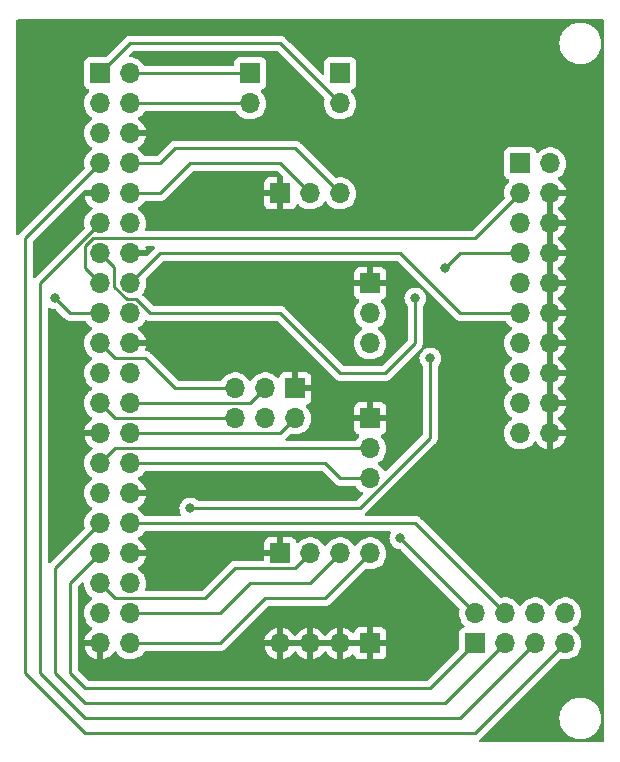
<source format=gbr>
%TF.GenerationSoftware,KiCad,Pcbnew,6.0.9-8da3e8f707~117~ubuntu22.04.1*%
%TF.CreationDate,2022-12-18T22:44:04+01:00*%
%TF.ProjectId,rpi-dev-board,7270692d-6465-4762-9d62-6f6172642e6b,rev?*%
%TF.SameCoordinates,Original*%
%TF.FileFunction,Copper,L1,Top*%
%TF.FilePolarity,Positive*%
%FSLAX46Y46*%
G04 Gerber Fmt 4.6, Leading zero omitted, Abs format (unit mm)*
G04 Created by KiCad (PCBNEW 6.0.9-8da3e8f707~117~ubuntu22.04.1) date 2022-12-18 22:44:04*
%MOMM*%
%LPD*%
G01*
G04 APERTURE LIST*
%TA.AperFunction,ComponentPad*%
%ADD10R,1.700000X1.700000*%
%TD*%
%TA.AperFunction,ComponentPad*%
%ADD11O,1.700000X1.700000*%
%TD*%
%TA.AperFunction,ViaPad*%
%ADD12C,0.800000*%
%TD*%
%TA.AperFunction,Conductor*%
%ADD13C,0.250000*%
%TD*%
G04 APERTURE END LIST*
D10*
%TO.P,J7,1,Pin_1*%
%TO.N,Net-(J0-Pad2)*%
X109220000Y-63500000D03*
D11*
%TO.P,J7,2,Pin_2*%
%TO.N,Net-(J0-Pad4)*%
X109220000Y-66040000D03*
%TD*%
D10*
%TO.P,J6,1,Pin_1*%
%TO.N,GND*%
X113030000Y-90170000D03*
D11*
%TO.P,J6,2,Pin_2*%
%TO.N,Net-(J0-Pad26)*%
X113030000Y-92710000D03*
%TO.P,J6,3,Pin_3*%
%TO.N,Net-(J0-Pad24)*%
X110490000Y-90170000D03*
%TO.P,J6,4,Pin_4*%
%TO.N,Net-(J0-Pad21)*%
X110490000Y-92710000D03*
%TO.P,J6,5,Pin_5*%
%TO.N,Net-(J0-Pad19)*%
X107950000Y-90170000D03*
%TO.P,J6,6,Pin_6*%
%TO.N,Net-(J0-Pad23)*%
X107950000Y-92710000D03*
%TD*%
D10*
%TO.P,J9,1,Pin_1*%
%TO.N,GND*%
X119380000Y-111760000D03*
D11*
%TO.P,J9,2,Pin_2*%
X116840000Y-111760000D03*
%TO.P,J9,3,Pin_3*%
X114300000Y-111760000D03*
%TO.P,J9,4,Pin_4*%
X111760000Y-111760000D03*
%TD*%
D10*
%TO.P,J8,1,Pin_1*%
%TO.N,Net-(J0-Pad17)*%
X116840000Y-63500000D03*
D11*
%TO.P,J8,2,Pin_2*%
%TO.N,Net-(J0-Pad1)*%
X116840000Y-66040000D03*
%TD*%
D10*
%TO.P,J4,1,Pin_1*%
%TO.N,GND*%
X119380000Y-81280000D03*
D11*
%TO.P,J4,2,Pin_2*%
%TO.N,Net-(J0-Pad3)*%
X119380000Y-83820000D03*
%TO.P,J4,3,Pin_3*%
%TO.N,Net-(J0-Pad5)*%
X119380000Y-86360000D03*
%TD*%
D10*
%TO.P,J11,1,Pin_1*%
%TO.N,Net-(J0-Pad33)*%
X128270000Y-111760000D03*
D11*
%TO.P,J11,2,Pin_2*%
%TO.N,Net-(J11-Pad2)*%
X128270000Y-109220000D03*
%TO.P,J11,3,Pin_3*%
%TO.N,Net-(J0-Pad31)*%
X130810000Y-111760000D03*
%TO.P,J11,4,Pin_4*%
%TO.N,Net-(J0-Pad32)*%
X130810000Y-109220000D03*
%TO.P,J11,5,Pin_5*%
%TO.N,Net-(J0-Pad11)*%
X133350000Y-111760000D03*
%TO.P,J11,6,Pin_6*%
%TO.N,Net-(J0-Pad36)*%
X133350000Y-109220000D03*
%TO.P,J11,7,Pin_7*%
%TO.N,Net-(J0-Pad7)*%
X135890000Y-111760000D03*
%TO.P,J11,8,Pin_8*%
%TO.N,Net-(J0-Pad12)*%
X135890000Y-109220000D03*
%TD*%
D10*
%TO.P,J5,1,Pin_1*%
%TO.N,GND*%
X111760000Y-104140000D03*
D11*
%TO.P,J5,2,Pin_2*%
%TO.N,Net-(J0-Pad35)*%
X114300000Y-104140000D03*
%TO.P,J5,3,Pin_3*%
%TO.N,Net-(J0-Pad38)*%
X116840000Y-104140000D03*
%TO.P,J5,4,Pin_4*%
%TO.N,Net-(J0-Pad40)*%
X119380000Y-104140000D03*
%TD*%
D10*
%TO.P,J2,1,Pin_1*%
%TO.N,GND*%
X111760000Y-73660000D03*
D11*
%TO.P,J2,2,Pin_2*%
%TO.N,Net-(J0-Pad10)*%
X114300000Y-73660000D03*
%TO.P,J2,3,Pin_3*%
%TO.N,Net-(J0-Pad8)*%
X116840000Y-73660000D03*
%TD*%
D10*
%TO.P,J0,1,3V3*%
%TO.N,Net-(J0-Pad1)*%
X96520000Y-63500000D03*
D11*
%TO.P,J0,2,5V*%
%TO.N,Net-(J0-Pad2)*%
X99060000Y-63500000D03*
%TO.P,J0,3,SDA/GPIO2*%
%TO.N,Net-(J0-Pad3)*%
X96520000Y-66040000D03*
%TO.P,J0,4,5V*%
%TO.N,Net-(J0-Pad4)*%
X99060000Y-66040000D03*
%TO.P,J0,5,SCL/GPIO3*%
%TO.N,Net-(J0-Pad5)*%
X96520000Y-68580000D03*
%TO.P,J0,6,GND*%
%TO.N,GND*%
X99060000Y-68580000D03*
%TO.P,J0,7,GCLK0/GPIO4*%
%TO.N,Net-(J0-Pad7)*%
X96520000Y-71120000D03*
%TO.P,J0,8,GPIO14/TXD*%
%TO.N,Net-(J0-Pad8)*%
X99060000Y-71120000D03*
%TO.P,J0,9,GND*%
%TO.N,GND*%
X96520000Y-73660000D03*
%TO.P,J0,10,GPIO15/RXD*%
%TO.N,Net-(J0-Pad10)*%
X99060000Y-73660000D03*
%TO.P,J0,11,GPIO17*%
%TO.N,Net-(J0-Pad11)*%
X96520000Y-76200000D03*
%TO.P,J0,12,GPIO18/PWM0*%
%TO.N,Net-(J0-Pad12)*%
X99060000Y-76200000D03*
%TO.P,J0,13,GPIO27*%
%TO.N,Net-(J0-Pad13)*%
X96520000Y-78740000D03*
%TO.P,J0,14,GND*%
%TO.N,GND*%
X99060000Y-78740000D03*
%TO.P,J0,15,GPIO22*%
%TO.N,Net-(J0-Pad15)*%
X96520000Y-81280000D03*
%TO.P,J0,16,GPIO23*%
%TO.N,Net-(J0-Pad16)*%
X99060000Y-81280000D03*
%TO.P,J0,17,3V3*%
%TO.N,Net-(J0-Pad17)*%
X96520000Y-83820000D03*
%TO.P,J0,18,GPIO24*%
%TO.N,Net-(J0-Pad18)*%
X99060000Y-83820000D03*
%TO.P,J0,19,MOSI0/GPIO10*%
%TO.N,Net-(J0-Pad19)*%
X96520000Y-86360000D03*
%TO.P,J0,20,GND*%
%TO.N,GND*%
X99060000Y-86360000D03*
%TO.P,J0,21,MISO0/GPIO9*%
%TO.N,Net-(J0-Pad21)*%
X96520000Y-88900000D03*
%TO.P,J0,22,GPIO25*%
%TO.N,Net-(J0-Pad22)*%
X99060000Y-88900000D03*
%TO.P,J0,23,SCLK0/GPIO11*%
%TO.N,Net-(J0-Pad23)*%
X96520000Y-91440000D03*
%TO.P,J0,24,~{CE0}/GPIO8*%
%TO.N,Net-(J0-Pad24)*%
X99060000Y-91440000D03*
%TO.P,J0,25,GND*%
%TO.N,GND*%
X96520000Y-93980000D03*
%TO.P,J0,26,~{CE1}/GPIO7*%
%TO.N,Net-(J0-Pad26)*%
X99060000Y-93980000D03*
%TO.P,J0,27,ID_SD/GPIO0*%
%TO.N,Net-(J0-Pad27)*%
X96520000Y-96520000D03*
%TO.P,J0,28,ID_SC/GPIO1*%
%TO.N,Net-(J0-Pad28)*%
X99060000Y-96520000D03*
%TO.P,J0,29,GCLK1/GPIO5*%
%TO.N,Net-(J11-Pad2)*%
X96520000Y-99060000D03*
%TO.P,J0,30,GND*%
%TO.N,GND*%
X99060000Y-99060000D03*
%TO.P,J0,31,GCLK2/GPIO6*%
%TO.N,Net-(J0-Pad31)*%
X96520000Y-101600000D03*
%TO.P,J0,32,PWM0/GPIO12*%
%TO.N,Net-(J0-Pad32)*%
X99060000Y-101600000D03*
%TO.P,J0,33,PWM1/GPIO13*%
%TO.N,Net-(J0-Pad33)*%
X96520000Y-104140000D03*
%TO.P,J0,34,GND*%
%TO.N,GND*%
X99060000Y-104140000D03*
%TO.P,J0,35,GPIO19/MISO1*%
%TO.N,Net-(J0-Pad35)*%
X96520000Y-106680000D03*
%TO.P,J0,36,GPIO16*%
%TO.N,Net-(J0-Pad36)*%
X99060000Y-106680000D03*
%TO.P,J0,37,GPIO26*%
%TO.N,Net-(J0-Pad37)*%
X96520000Y-109220000D03*
%TO.P,J0,38,GPIO20/MOSI1*%
%TO.N,Net-(J0-Pad38)*%
X99060000Y-109220000D03*
%TO.P,J0,39,GND*%
%TO.N,GND*%
X96520000Y-111760000D03*
%TO.P,J0,40,GPIO21/SCLK1*%
%TO.N,Net-(J0-Pad40)*%
X99060000Y-111760000D03*
%TD*%
D10*
%TO.P,J3,1,Pin_1*%
%TO.N,GND*%
X119380000Y-92710000D03*
D11*
%TO.P,J3,2,Pin_2*%
%TO.N,Net-(J0-Pad27)*%
X119380000Y-95250000D03*
%TO.P,J3,3,Pin_3*%
%TO.N,Net-(J0-Pad28)*%
X119380000Y-97790000D03*
%TD*%
D10*
%TO.P,J1,1,VTREF*%
%TO.N,unconnected-(J1-Pad1)*%
X132080000Y-71120000D03*
D11*
%TO.P,J1,2,VCC/NC*%
%TO.N,unconnected-(J1-Pad2)*%
X134620000Y-71120000D03*
%TO.P,J1,3,~{TRST}*%
%TO.N,Net-(J0-Pad15)*%
X132080000Y-73660000D03*
%TO.P,J1,4,GND*%
%TO.N,GND*%
X134620000Y-73660000D03*
%TO.P,J1,5,TDI*%
%TO.N,Net-(J0-Pad37)*%
X132080000Y-76200000D03*
%TO.P,J1,6,GND*%
%TO.N,GND*%
X134620000Y-76200000D03*
%TO.P,J1,7,TMS/SWDIO*%
%TO.N,Net-(J0-Pad13)*%
X132080000Y-78740000D03*
%TO.P,J1,8,GND*%
%TO.N,GND*%
X134620000Y-78740000D03*
%TO.P,J1,9,TCK/SWDCLK*%
%TO.N,Net-(J0-Pad22)*%
X132080000Y-81280000D03*
%TO.P,J1,10,GND*%
%TO.N,GND*%
X134620000Y-81280000D03*
%TO.P,J1,11,RTCK*%
%TO.N,Net-(J0-Pad16)*%
X132080000Y-83820000D03*
%TO.P,J1,12,GND*%
%TO.N,GND*%
X134620000Y-83820000D03*
%TO.P,J1,13,TDO/SWO*%
%TO.N,Net-(J0-Pad18)*%
X132080000Y-86360000D03*
%TO.P,J1,14,GND*%
%TO.N,GND*%
X134620000Y-86360000D03*
%TO.P,J1,15,~{SRST}*%
%TO.N,unconnected-(J1-Pad15)*%
X132080000Y-88900000D03*
%TO.P,J1,16,GND*%
%TO.N,GND*%
X134620000Y-88900000D03*
%TO.P,J1,17,DBGRQ/NC*%
%TO.N,unconnected-(J1-Pad17)*%
X132080000Y-91440000D03*
%TO.P,J1,18,GND*%
%TO.N,GND*%
X134620000Y-91440000D03*
%TO.P,J1,19,DBGACK/NC*%
%TO.N,unconnected-(J1-Pad19)*%
X132080000Y-93980000D03*
%TO.P,J1,20,GND*%
%TO.N,GND*%
X134620000Y-93980000D03*
%TD*%
D12*
%TO.N,Net-(J0-Pad13)*%
X125730000Y-80010000D03*
X123190000Y-82550000D03*
X123190000Y-82550000D03*
X123190000Y-82550000D03*
%TO.N,Net-(J0-Pad17)*%
X92710000Y-82550000D03*
X92710000Y-82550000D03*
%TO.N,Net-(J0-Pad37)*%
X124460000Y-87630000D03*
X104140000Y-100330000D03*
X104140000Y-100330000D03*
X104140000Y-100330000D03*
%TO.N,Net-(J11-Pad2)*%
X121920000Y-102870000D03*
X121920000Y-102870000D03*
%TD*%
D13*
%TO.N,Net-(J0-Pad1)*%
X99060000Y-60960000D02*
X96520000Y-63500000D01*
X111760000Y-60960000D02*
X99060000Y-60960000D01*
X116840000Y-66040000D02*
X111760000Y-60960000D01*
%TO.N,Net-(J0-Pad2)*%
X99060000Y-63500000D02*
X109220000Y-63500000D01*
%TO.N,Net-(J0-Pad4)*%
X99060000Y-66040000D02*
X109220000Y-66040000D01*
%TO.N,Net-(J0-Pad7)*%
X128270000Y-119380000D02*
X95250000Y-119380000D01*
X135890000Y-111760000D02*
X128270000Y-119380000D01*
X90170000Y-77470000D02*
X96520000Y-71120000D01*
X95250000Y-119380000D02*
X90170000Y-114300000D01*
X90170000Y-114300000D02*
X90170000Y-77470000D01*
%TO.N,Net-(J0-Pad8)*%
X113030000Y-69850000D02*
X116840000Y-73660000D01*
X99060000Y-71120000D02*
X101600000Y-71120000D01*
X101600000Y-71120000D02*
X102870000Y-69850000D01*
X102870000Y-69850000D02*
X113030000Y-69850000D01*
%TO.N,Net-(J0-Pad10)*%
X101600000Y-73660000D02*
X99060000Y-73660000D01*
X111760000Y-71120000D02*
X104140000Y-71120000D01*
X104140000Y-71120000D02*
X101600000Y-73660000D01*
X114300000Y-73660000D02*
X111760000Y-71120000D01*
%TO.N,Net-(J0-Pad11)*%
X95250000Y-118110000D02*
X91440000Y-114300000D01*
X127000000Y-118110000D02*
X95250000Y-118110000D01*
X133350000Y-111760000D02*
X127000000Y-118110000D01*
X91440000Y-114300000D02*
X91440000Y-81280000D01*
X91440000Y-81280000D02*
X96520000Y-76200000D01*
%TO.N,Net-(J0-Pad13)*%
X97695000Y-81576701D02*
X97695000Y-79915000D01*
X98763299Y-82645000D02*
X97695000Y-81576701D01*
X100721701Y-83820000D02*
X99546701Y-82645000D01*
X116840000Y-88900000D02*
X111760000Y-83820000D01*
X99546701Y-82645000D02*
X98763299Y-82645000D01*
X111760000Y-83820000D02*
X100721701Y-83820000D01*
X123190000Y-82550000D02*
X123190000Y-86360000D01*
X127000000Y-78740000D02*
X125730000Y-80010000D01*
X120650000Y-88900000D02*
X116840000Y-88900000D01*
X97695000Y-79915000D02*
X96520000Y-78740000D01*
X123190000Y-86360000D02*
X120650000Y-88900000D01*
X132080000Y-78740000D02*
X127000000Y-78740000D01*
%TO.N,Net-(J0-Pad15)*%
X128270000Y-77470000D02*
X95886396Y-77470000D01*
X132080000Y-73660000D02*
X128270000Y-77470000D01*
X95250000Y-80010000D02*
X96520000Y-81280000D01*
X95250000Y-78106396D02*
X95250000Y-80010000D01*
X95886396Y-77470000D02*
X95250000Y-78106396D01*
%TO.N,Net-(J0-Pad16)*%
X101600000Y-78740000D02*
X99060000Y-81280000D01*
X121920000Y-78740000D02*
X101600000Y-78740000D01*
X127000000Y-83820000D02*
X121920000Y-78740000D01*
X132080000Y-83820000D02*
X127000000Y-83820000D01*
%TO.N,Net-(J0-Pad17)*%
X96520000Y-83820000D02*
X93980000Y-83820000D01*
X93980000Y-83820000D02*
X92710000Y-82550000D01*
%TO.N,Net-(J0-Pad19)*%
X107950000Y-90170000D02*
X102870000Y-90170000D01*
X97790000Y-87630000D02*
X96520000Y-86360000D01*
X102870000Y-90170000D02*
X100330000Y-87630000D01*
X100330000Y-87630000D02*
X97790000Y-87630000D01*
%TO.N,Net-(J0-Pad23)*%
X107950000Y-92710000D02*
X97790000Y-92710000D01*
X97790000Y-92710000D02*
X96520000Y-91440000D01*
%TO.N,Net-(J0-Pad24)*%
X109220000Y-91440000D02*
X99060000Y-91440000D01*
X110490000Y-90170000D02*
X109220000Y-91440000D01*
%TO.N,Net-(J0-Pad26)*%
X113030000Y-92710000D02*
X111760000Y-93980000D01*
X111760000Y-93980000D02*
X99060000Y-93980000D01*
%TO.N,Net-(J0-Pad27)*%
X97790000Y-95250000D02*
X96520000Y-96520000D01*
X119380000Y-95250000D02*
X97790000Y-95250000D01*
%TO.N,Net-(J0-Pad28)*%
X115570000Y-96520000D02*
X99060000Y-96520000D01*
X119380000Y-97790000D02*
X116840000Y-97790000D01*
X116840000Y-97790000D02*
X115570000Y-96520000D01*
%TO.N,Net-(J0-Pad31)*%
X92710000Y-114300000D02*
X92710000Y-105410000D01*
X125730000Y-116840000D02*
X95250000Y-116840000D01*
X95250000Y-116840000D02*
X92710000Y-114300000D01*
X130810000Y-111760000D02*
X125730000Y-116840000D01*
X92710000Y-105410000D02*
X96520000Y-101600000D01*
%TO.N,Net-(J0-Pad32)*%
X130810000Y-109220000D02*
X123190000Y-101600000D01*
X123190000Y-101600000D02*
X99060000Y-101600000D01*
%TO.N,Net-(J0-Pad33)*%
X93980000Y-114300000D02*
X93980000Y-106680000D01*
X93980000Y-106680000D02*
X96520000Y-104140000D01*
X124460000Y-115570000D02*
X95250000Y-115570000D01*
X95250000Y-115570000D02*
X93980000Y-114300000D01*
X128270000Y-111760000D02*
X124460000Y-115570000D01*
%TO.N,Net-(J0-Pad35)*%
X105410000Y-107950000D02*
X106680000Y-106680000D01*
X114300000Y-104140000D02*
X113030000Y-105410000D01*
X102870000Y-107950000D02*
X105410000Y-107950000D01*
X96520000Y-106680000D02*
X97790000Y-107950000D01*
X107950000Y-105410000D02*
X106680000Y-106680000D01*
X113030000Y-105410000D02*
X107950000Y-105410000D01*
X97790000Y-107950000D02*
X102870000Y-107950000D01*
%TO.N,Net-(J0-Pad37)*%
X124460000Y-87630000D02*
X124460000Y-94371701D01*
X118501701Y-100330000D02*
X104140000Y-100330000D01*
X124460000Y-94371701D02*
X118501701Y-100330000D01*
%TO.N,Net-(J0-Pad38)*%
X109220000Y-106680000D02*
X106680000Y-109220000D01*
X116840000Y-104140000D02*
X114300000Y-106680000D01*
X114300000Y-106680000D02*
X109220000Y-106680000D01*
X106680000Y-109220000D02*
X99060000Y-109220000D01*
%TO.N,Net-(J0-Pad40)*%
X106680000Y-111760000D02*
X99060000Y-111760000D01*
X115570000Y-107950000D02*
X110490000Y-107950000D01*
X119380000Y-104140000D02*
X115570000Y-107950000D01*
X110490000Y-107950000D02*
X106680000Y-111760000D01*
%TO.N,Net-(J11-Pad2)*%
X128270000Y-109220000D02*
X121920000Y-102870000D01*
%TD*%
%TA.AperFunction,Conductor*%
%TO.N,GND*%
G36*
X139133621Y-58948502D02*
G01*
X139180114Y-59002158D01*
X139191500Y-59054500D01*
X139191500Y-120015500D01*
X139171498Y-120083621D01*
X139117842Y-120130114D01*
X139065500Y-120141500D01*
X128687449Y-120141500D01*
X128619328Y-120121498D01*
X128572835Y-120067842D01*
X128562731Y-119997568D01*
X128592225Y-119932988D01*
X128623309Y-119907047D01*
X128654534Y-119888580D01*
X128661362Y-119884542D01*
X128675683Y-119870221D01*
X128690717Y-119857380D01*
X128700694Y-119850131D01*
X128707107Y-119845472D01*
X128735298Y-119811395D01*
X128743288Y-119802616D01*
X130482065Y-118063839D01*
X135397173Y-118063839D01*
X135398893Y-118099647D01*
X135409713Y-118324908D01*
X135460704Y-118581256D01*
X135549026Y-118827252D01*
X135551242Y-118831376D01*
X135615753Y-118951437D01*
X135672737Y-119057491D01*
X135675532Y-119061234D01*
X135675534Y-119061237D01*
X135826330Y-119263177D01*
X135826335Y-119263183D01*
X135829122Y-119266915D01*
X135832431Y-119270195D01*
X135832436Y-119270201D01*
X136011426Y-119447635D01*
X136014743Y-119450923D01*
X136018505Y-119453681D01*
X136018508Y-119453684D01*
X136221750Y-119602707D01*
X136225524Y-119605474D01*
X136229667Y-119607654D01*
X136229669Y-119607655D01*
X136452684Y-119724989D01*
X136452689Y-119724991D01*
X136456834Y-119727172D01*
X136703590Y-119813344D01*
X136708183Y-119814216D01*
X136955785Y-119861224D01*
X136955788Y-119861224D01*
X136960374Y-119862095D01*
X137090958Y-119867226D01*
X137216875Y-119872174D01*
X137216881Y-119872174D01*
X137221543Y-119872357D01*
X137305090Y-119863207D01*
X137476707Y-119844412D01*
X137476712Y-119844411D01*
X137481360Y-119843902D01*
X137498589Y-119839366D01*
X137729594Y-119778548D01*
X137729596Y-119778547D01*
X137734117Y-119777357D01*
X137974262Y-119674182D01*
X138196519Y-119536646D01*
X138200082Y-119533629D01*
X138200087Y-119533626D01*
X138392439Y-119370787D01*
X138392440Y-119370786D01*
X138396005Y-119367768D01*
X138487729Y-119263177D01*
X138565257Y-119174774D01*
X138565261Y-119174769D01*
X138568339Y-119171259D01*
X138709733Y-118951437D01*
X138817083Y-118713129D01*
X138888030Y-118461572D01*
X138904832Y-118329496D01*
X138920616Y-118205421D01*
X138920616Y-118205417D01*
X138921014Y-118202291D01*
X138923431Y-118110000D01*
X138904061Y-117849348D01*
X138892725Y-117799248D01*
X138847408Y-117598980D01*
X138846377Y-117594423D01*
X138822149Y-117532121D01*
X138753340Y-117355176D01*
X138753339Y-117355173D01*
X138751647Y-117350823D01*
X138741214Y-117332568D01*
X138624270Y-117127960D01*
X138621951Y-117123902D01*
X138460138Y-116918643D01*
X138269763Y-116739557D01*
X138055009Y-116590576D01*
X138050816Y-116588508D01*
X137824781Y-116477040D01*
X137824778Y-116477039D01*
X137820593Y-116474975D01*
X137774449Y-116460204D01*
X137576123Y-116396720D01*
X137571665Y-116395293D01*
X137313693Y-116353279D01*
X137199942Y-116351790D01*
X137057022Y-116349919D01*
X137057019Y-116349919D01*
X137052345Y-116349858D01*
X136793362Y-116385104D01*
X136542433Y-116458243D01*
X136538180Y-116460203D01*
X136538179Y-116460204D01*
X136501659Y-116477040D01*
X136305072Y-116567668D01*
X136266067Y-116593241D01*
X136090404Y-116708410D01*
X136090399Y-116708414D01*
X136086491Y-116710976D01*
X135891494Y-116885018D01*
X135724363Y-117085970D01*
X135721934Y-117089973D01*
X135617907Y-117261405D01*
X135588771Y-117309419D01*
X135487697Y-117550455D01*
X135423359Y-117803783D01*
X135397173Y-118063839D01*
X130482065Y-118063839D01*
X135434549Y-113111355D01*
X135496861Y-113077329D01*
X135548762Y-113076979D01*
X135728597Y-113113567D01*
X135733772Y-113113757D01*
X135733774Y-113113757D01*
X135946673Y-113121564D01*
X135946677Y-113121564D01*
X135951837Y-113121753D01*
X135956957Y-113121097D01*
X135956959Y-113121097D01*
X136168288Y-113094025D01*
X136168289Y-113094025D01*
X136173416Y-113093368D01*
X136178366Y-113091883D01*
X136382429Y-113030661D01*
X136382434Y-113030659D01*
X136387384Y-113029174D01*
X136587994Y-112930896D01*
X136769860Y-112801173D01*
X136928096Y-112643489D01*
X137058453Y-112462077D01*
X137062145Y-112454608D01*
X137155136Y-112266453D01*
X137155137Y-112266451D01*
X137157430Y-112261811D01*
X137222370Y-112048069D01*
X137251529Y-111826590D01*
X137253156Y-111760000D01*
X137234852Y-111537361D01*
X137180431Y-111320702D01*
X137091354Y-111115840D01*
X136970014Y-110928277D01*
X136819670Y-110763051D01*
X136815619Y-110759852D01*
X136815615Y-110759848D01*
X136648414Y-110627800D01*
X136648410Y-110627798D01*
X136644359Y-110624598D01*
X136603053Y-110601796D01*
X136553084Y-110551364D01*
X136538312Y-110481921D01*
X136563428Y-110415516D01*
X136590780Y-110388909D01*
X136634603Y-110357650D01*
X136769860Y-110261173D01*
X136928096Y-110103489D01*
X136987594Y-110020689D01*
X137055435Y-109926277D01*
X137058453Y-109922077D01*
X137062145Y-109914608D01*
X137155136Y-109726453D01*
X137155137Y-109726451D01*
X137157430Y-109721811D01*
X137222370Y-109508069D01*
X137251529Y-109286590D01*
X137253156Y-109220000D01*
X137234852Y-108997361D01*
X137180431Y-108780702D01*
X137091354Y-108575840D01*
X137009253Y-108448931D01*
X136972822Y-108392617D01*
X136972820Y-108392614D01*
X136970014Y-108388277D01*
X136819670Y-108223051D01*
X136815619Y-108219852D01*
X136815615Y-108219848D01*
X136648414Y-108087800D01*
X136648410Y-108087798D01*
X136644359Y-108084598D01*
X136448789Y-107976638D01*
X136443920Y-107974914D01*
X136443916Y-107974912D01*
X136243087Y-107903795D01*
X136243083Y-107903794D01*
X136238212Y-107902069D01*
X136233119Y-107901162D01*
X136233116Y-107901161D01*
X136023373Y-107863800D01*
X136023367Y-107863799D01*
X136018284Y-107862894D01*
X135944452Y-107861992D01*
X135800081Y-107860228D01*
X135800079Y-107860228D01*
X135794911Y-107860165D01*
X135574091Y-107893955D01*
X135361756Y-107963357D01*
X135163607Y-108066507D01*
X135159474Y-108069610D01*
X135159471Y-108069612D01*
X135135247Y-108087800D01*
X134984965Y-108200635D01*
X134830629Y-108362138D01*
X134723201Y-108519621D01*
X134668293Y-108564621D01*
X134597768Y-108572792D01*
X134534021Y-108541538D01*
X134513324Y-108517054D01*
X134432822Y-108392617D01*
X134432820Y-108392614D01*
X134430014Y-108388277D01*
X134279670Y-108223051D01*
X134275619Y-108219852D01*
X134275615Y-108219848D01*
X134108414Y-108087800D01*
X134108410Y-108087798D01*
X134104359Y-108084598D01*
X133908789Y-107976638D01*
X133903920Y-107974914D01*
X133903916Y-107974912D01*
X133703087Y-107903795D01*
X133703083Y-107903794D01*
X133698212Y-107902069D01*
X133693119Y-107901162D01*
X133693116Y-107901161D01*
X133483373Y-107863800D01*
X133483367Y-107863799D01*
X133478284Y-107862894D01*
X133404452Y-107861992D01*
X133260081Y-107860228D01*
X133260079Y-107860228D01*
X133254911Y-107860165D01*
X133034091Y-107893955D01*
X132821756Y-107963357D01*
X132623607Y-108066507D01*
X132619474Y-108069610D01*
X132619471Y-108069612D01*
X132595247Y-108087800D01*
X132444965Y-108200635D01*
X132290629Y-108362138D01*
X132183201Y-108519621D01*
X132128293Y-108564621D01*
X132057768Y-108572792D01*
X131994021Y-108541538D01*
X131973324Y-108517054D01*
X131892822Y-108392617D01*
X131892820Y-108392614D01*
X131890014Y-108388277D01*
X131739670Y-108223051D01*
X131735619Y-108219852D01*
X131735615Y-108219848D01*
X131568414Y-108087800D01*
X131568410Y-108087798D01*
X131564359Y-108084598D01*
X131368789Y-107976638D01*
X131363920Y-107974914D01*
X131363916Y-107974912D01*
X131163087Y-107903795D01*
X131163083Y-107903794D01*
X131158212Y-107902069D01*
X131153119Y-107901162D01*
X131153116Y-107901161D01*
X130943373Y-107863800D01*
X130943367Y-107863799D01*
X130938284Y-107862894D01*
X130864452Y-107861992D01*
X130720081Y-107860228D01*
X130720079Y-107860228D01*
X130714911Y-107860165D01*
X130494091Y-107893955D01*
X130481532Y-107898060D01*
X130410568Y-107900210D01*
X130353294Y-107867389D01*
X123693652Y-101207747D01*
X123686112Y-101199461D01*
X123682000Y-101192982D01*
X123632348Y-101146356D01*
X123629507Y-101143602D01*
X123609770Y-101123865D01*
X123606573Y-101121385D01*
X123597551Y-101113680D01*
X123565321Y-101083414D01*
X123558375Y-101079595D01*
X123558372Y-101079593D01*
X123547566Y-101073652D01*
X123531047Y-101062801D01*
X123530583Y-101062441D01*
X123515041Y-101050386D01*
X123507772Y-101047241D01*
X123507768Y-101047238D01*
X123474463Y-101032826D01*
X123463813Y-101027609D01*
X123425060Y-101006305D01*
X123405437Y-101001267D01*
X123386734Y-100994863D01*
X123375420Y-100989967D01*
X123375419Y-100989967D01*
X123368145Y-100986819D01*
X123360322Y-100985580D01*
X123360312Y-100985577D01*
X123324476Y-100979901D01*
X123312856Y-100977495D01*
X123277711Y-100968472D01*
X123277710Y-100968472D01*
X123270030Y-100966500D01*
X123249776Y-100966500D01*
X123230065Y-100964949D01*
X123217886Y-100963020D01*
X123210057Y-100961780D01*
X123202165Y-100962526D01*
X123166039Y-100965941D01*
X123154181Y-100966500D01*
X119065295Y-100966500D01*
X118997174Y-100946498D01*
X118950681Y-100892842D01*
X118940577Y-100822568D01*
X118970071Y-100757988D01*
X118976200Y-100751405D01*
X124852247Y-94875358D01*
X124860537Y-94867814D01*
X124867018Y-94863701D01*
X124913659Y-94814033D01*
X124916413Y-94811192D01*
X124936134Y-94791471D01*
X124938612Y-94788276D01*
X124946318Y-94779254D01*
X124971158Y-94752802D01*
X124976586Y-94747022D01*
X124986346Y-94729269D01*
X124997199Y-94712746D01*
X125004753Y-94703007D01*
X125009613Y-94696742D01*
X125027176Y-94656158D01*
X125032383Y-94645528D01*
X125053695Y-94606761D01*
X125055666Y-94599084D01*
X125055668Y-94599079D01*
X125058732Y-94587143D01*
X125065138Y-94568431D01*
X125066183Y-94566018D01*
X125073181Y-94549846D01*
X125074421Y-94542018D01*
X125074423Y-94542011D01*
X125080099Y-94506177D01*
X125082505Y-94494557D01*
X125091528Y-94459412D01*
X125091528Y-94459411D01*
X125093500Y-94451731D01*
X125093500Y-94431477D01*
X125095051Y-94411766D01*
X125096980Y-94399587D01*
X125098220Y-94391758D01*
X125094059Y-94347739D01*
X125093500Y-94335882D01*
X125093500Y-88332524D01*
X125113502Y-88264403D01*
X125125858Y-88248221D01*
X125199040Y-88166944D01*
X125273072Y-88038717D01*
X125291223Y-88007279D01*
X125291224Y-88007278D01*
X125294527Y-88001556D01*
X125353542Y-87819928D01*
X125358977Y-87768222D01*
X125372814Y-87636565D01*
X125373504Y-87630000D01*
X125353542Y-87440072D01*
X125294527Y-87258444D01*
X125199040Y-87093056D01*
X125184798Y-87077238D01*
X125075675Y-86956045D01*
X125075674Y-86956044D01*
X125071253Y-86951134D01*
X124942252Y-86857409D01*
X124922094Y-86842763D01*
X124922093Y-86842762D01*
X124916752Y-86838882D01*
X124910724Y-86836198D01*
X124910722Y-86836197D01*
X124748319Y-86763891D01*
X124748318Y-86763891D01*
X124742288Y-86761206D01*
X124647702Y-86741101D01*
X124561944Y-86722872D01*
X124561939Y-86722872D01*
X124555487Y-86721500D01*
X124364513Y-86721500D01*
X124358061Y-86722872D01*
X124358056Y-86722872D01*
X124272298Y-86741101D01*
X124177712Y-86761206D01*
X124171682Y-86763891D01*
X124171681Y-86763891D01*
X124009278Y-86836197D01*
X124009276Y-86836198D01*
X124003248Y-86838882D01*
X123997907Y-86842762D01*
X123997906Y-86842763D01*
X123977748Y-86857409D01*
X123848747Y-86951134D01*
X123847258Y-86952787D01*
X123841437Y-86955581D01*
X123829229Y-86972811D01*
X123735203Y-87077238D01*
X123720960Y-87093056D01*
X123625473Y-87258444D01*
X123566458Y-87440072D01*
X123546496Y-87630000D01*
X123547186Y-87636565D01*
X123561024Y-87768222D01*
X123566458Y-87819928D01*
X123625473Y-88001556D01*
X123628776Y-88007278D01*
X123628777Y-88007279D01*
X123646928Y-88038717D01*
X123720960Y-88166944D01*
X123794137Y-88248215D01*
X123824853Y-88312221D01*
X123826500Y-88332524D01*
X123826500Y-94057106D01*
X123806498Y-94125227D01*
X123789595Y-94146201D01*
X120773515Y-97162281D01*
X120711203Y-97196307D01*
X120640388Y-97191242D01*
X120583552Y-97148695D01*
X120578628Y-97141626D01*
X120462822Y-96962617D01*
X120462820Y-96962614D01*
X120460014Y-96958277D01*
X120309670Y-96793051D01*
X120305619Y-96789852D01*
X120305615Y-96789848D01*
X120138414Y-96657800D01*
X120138410Y-96657798D01*
X120134359Y-96654598D01*
X120093053Y-96631796D01*
X120043084Y-96581364D01*
X120028312Y-96511921D01*
X120053428Y-96445516D01*
X120080780Y-96418909D01*
X120124603Y-96387650D01*
X120259860Y-96291173D01*
X120418096Y-96133489D01*
X120426710Y-96121502D01*
X120545435Y-95956277D01*
X120548453Y-95952077D01*
X120552611Y-95943665D01*
X120645136Y-95756453D01*
X120645137Y-95756451D01*
X120647430Y-95751811D01*
X120712370Y-95538069D01*
X120741529Y-95316590D01*
X120741611Y-95313240D01*
X120743074Y-95253365D01*
X120743074Y-95253361D01*
X120743156Y-95250000D01*
X120724852Y-95027361D01*
X120670431Y-94810702D01*
X120581354Y-94605840D01*
X120501116Y-94481811D01*
X120462822Y-94422617D01*
X120462820Y-94422614D01*
X120460014Y-94418277D01*
X120456540Y-94414459D01*
X120456533Y-94414450D01*
X120312435Y-94256088D01*
X120281383Y-94192242D01*
X120289779Y-94121744D01*
X120334956Y-94066976D01*
X120361400Y-94053307D01*
X120468052Y-94013325D01*
X120483649Y-94004786D01*
X120585724Y-93928285D01*
X120598285Y-93915724D01*
X120674786Y-93813649D01*
X120683324Y-93798054D01*
X120728478Y-93677606D01*
X120732105Y-93662351D01*
X120737631Y-93611486D01*
X120738000Y-93604672D01*
X120738000Y-92982115D01*
X120733525Y-92966876D01*
X120732135Y-92965671D01*
X120724452Y-92964000D01*
X118040116Y-92964000D01*
X118024877Y-92968475D01*
X118023672Y-92969865D01*
X118022001Y-92977548D01*
X118022001Y-93604669D01*
X118022371Y-93611490D01*
X118027895Y-93662352D01*
X118031521Y-93677604D01*
X118076676Y-93798054D01*
X118085214Y-93813649D01*
X118161715Y-93915724D01*
X118174276Y-93928285D01*
X118276351Y-94004786D01*
X118291946Y-94013324D01*
X118400827Y-94054142D01*
X118457591Y-94096784D01*
X118482291Y-94163345D01*
X118467083Y-94232694D01*
X118447691Y-94259175D01*
X118328534Y-94383866D01*
X118320629Y-94392138D01*
X118317715Y-94396410D01*
X118317714Y-94396411D01*
X118205095Y-94561504D01*
X118150184Y-94606507D01*
X118101007Y-94616500D01*
X112323594Y-94616500D01*
X112255473Y-94596498D01*
X112208980Y-94542842D01*
X112198876Y-94472568D01*
X112228370Y-94407988D01*
X112234499Y-94401405D01*
X112574549Y-94061355D01*
X112636861Y-94027329D01*
X112688762Y-94026979D01*
X112868597Y-94063567D01*
X112873772Y-94063757D01*
X112873774Y-94063757D01*
X113086673Y-94071564D01*
X113086677Y-94071564D01*
X113091837Y-94071753D01*
X113096957Y-94071097D01*
X113096959Y-94071097D01*
X113308288Y-94044025D01*
X113308289Y-94044025D01*
X113313416Y-94043368D01*
X113318366Y-94041883D01*
X113522429Y-93980661D01*
X113522434Y-93980659D01*
X113527384Y-93979174D01*
X113727994Y-93880896D01*
X113909860Y-93751173D01*
X113946980Y-93714183D01*
X114064435Y-93597137D01*
X114068096Y-93593489D01*
X114198453Y-93412077D01*
X114236132Y-93335840D01*
X114295136Y-93216453D01*
X114295137Y-93216451D01*
X114297430Y-93211811D01*
X114362370Y-92998069D01*
X114391529Y-92776590D01*
X114391657Y-92771364D01*
X114393074Y-92713365D01*
X114393074Y-92713361D01*
X114393156Y-92710000D01*
X114374852Y-92487361D01*
X114362424Y-92437885D01*
X118022000Y-92437885D01*
X118026475Y-92453124D01*
X118027865Y-92454329D01*
X118035548Y-92456000D01*
X119107885Y-92456000D01*
X119123124Y-92451525D01*
X119124329Y-92450135D01*
X119126000Y-92442452D01*
X119126000Y-92437885D01*
X119634000Y-92437885D01*
X119638475Y-92453124D01*
X119639865Y-92454329D01*
X119647548Y-92456000D01*
X120719884Y-92456000D01*
X120735123Y-92451525D01*
X120736328Y-92450135D01*
X120737999Y-92442452D01*
X120737999Y-91815331D01*
X120737629Y-91808510D01*
X120732105Y-91757648D01*
X120728479Y-91742396D01*
X120683324Y-91621946D01*
X120674786Y-91606351D01*
X120598285Y-91504276D01*
X120585724Y-91491715D01*
X120483649Y-91415214D01*
X120468054Y-91406676D01*
X120347606Y-91361522D01*
X120332351Y-91357895D01*
X120281486Y-91352369D01*
X120274672Y-91352000D01*
X119652115Y-91352000D01*
X119636876Y-91356475D01*
X119635671Y-91357865D01*
X119634000Y-91365548D01*
X119634000Y-92437885D01*
X119126000Y-92437885D01*
X119126000Y-91370116D01*
X119121525Y-91354877D01*
X119120135Y-91353672D01*
X119112452Y-91352001D01*
X118485331Y-91352001D01*
X118478510Y-91352371D01*
X118427648Y-91357895D01*
X118412396Y-91361521D01*
X118291946Y-91406676D01*
X118276351Y-91415214D01*
X118174276Y-91491715D01*
X118161715Y-91504276D01*
X118085214Y-91606351D01*
X118076676Y-91621946D01*
X118031522Y-91742394D01*
X118027895Y-91757649D01*
X118022369Y-91808514D01*
X118022000Y-91815328D01*
X118022000Y-92437885D01*
X114362424Y-92437885D01*
X114320431Y-92270702D01*
X114231354Y-92065840D01*
X114151116Y-91941811D01*
X114112822Y-91882617D01*
X114112820Y-91882614D01*
X114110014Y-91878277D01*
X114106538Y-91874457D01*
X114106533Y-91874450D01*
X113962435Y-91716088D01*
X113931383Y-91652242D01*
X113939779Y-91581744D01*
X113984956Y-91526976D01*
X114011400Y-91513307D01*
X114118052Y-91473325D01*
X114133649Y-91464786D01*
X114235724Y-91388285D01*
X114248285Y-91375724D01*
X114324786Y-91273649D01*
X114333324Y-91258054D01*
X114378478Y-91137606D01*
X114382105Y-91122351D01*
X114387631Y-91071486D01*
X114388000Y-91064672D01*
X114388000Y-90442115D01*
X114383525Y-90426876D01*
X114382135Y-90425671D01*
X114374452Y-90424000D01*
X112902000Y-90424000D01*
X112833879Y-90403998D01*
X112787386Y-90350342D01*
X112776000Y-90298000D01*
X112776000Y-89897885D01*
X113284000Y-89897885D01*
X113288475Y-89913124D01*
X113289865Y-89914329D01*
X113297548Y-89916000D01*
X114369884Y-89916000D01*
X114385123Y-89911525D01*
X114386328Y-89910135D01*
X114387999Y-89902452D01*
X114387999Y-89275331D01*
X114387629Y-89268510D01*
X114382105Y-89217648D01*
X114378479Y-89202396D01*
X114333324Y-89081946D01*
X114324786Y-89066351D01*
X114248285Y-88964276D01*
X114235724Y-88951715D01*
X114133649Y-88875214D01*
X114118054Y-88866676D01*
X113997606Y-88821522D01*
X113982351Y-88817895D01*
X113931486Y-88812369D01*
X113924672Y-88812000D01*
X113302115Y-88812000D01*
X113286876Y-88816475D01*
X113285671Y-88817865D01*
X113284000Y-88825548D01*
X113284000Y-89897885D01*
X112776000Y-89897885D01*
X112776000Y-88830116D01*
X112771525Y-88814877D01*
X112770135Y-88813672D01*
X112762452Y-88812001D01*
X112135331Y-88812001D01*
X112128510Y-88812371D01*
X112077648Y-88817895D01*
X112062396Y-88821521D01*
X111941946Y-88866676D01*
X111926351Y-88875214D01*
X111824276Y-88951715D01*
X111811715Y-88964276D01*
X111735214Y-89066351D01*
X111726676Y-89081946D01*
X111685297Y-89192322D01*
X111642655Y-89249087D01*
X111576093Y-89273786D01*
X111506744Y-89258578D01*
X111474121Y-89232891D01*
X111423151Y-89176876D01*
X111423145Y-89176870D01*
X111419670Y-89173051D01*
X111415619Y-89169852D01*
X111415615Y-89169848D01*
X111248414Y-89037800D01*
X111248410Y-89037798D01*
X111244359Y-89034598D01*
X111048789Y-88926638D01*
X111043920Y-88924914D01*
X111043916Y-88924912D01*
X110843087Y-88853795D01*
X110843083Y-88853794D01*
X110838212Y-88852069D01*
X110833119Y-88851162D01*
X110833116Y-88851161D01*
X110623373Y-88813800D01*
X110623367Y-88813799D01*
X110618284Y-88812894D01*
X110544452Y-88811992D01*
X110400081Y-88810228D01*
X110400079Y-88810228D01*
X110394911Y-88810165D01*
X110174091Y-88843955D01*
X109961756Y-88913357D01*
X109931443Y-88929137D01*
X109859497Y-88966590D01*
X109763607Y-89016507D01*
X109759474Y-89019610D01*
X109759471Y-89019612D01*
X109659374Y-89094767D01*
X109584965Y-89150635D01*
X109554192Y-89182837D01*
X109439748Y-89302596D01*
X109430629Y-89312138D01*
X109323201Y-89469621D01*
X109268293Y-89514621D01*
X109197768Y-89522792D01*
X109134021Y-89491538D01*
X109113324Y-89467054D01*
X109032822Y-89342617D01*
X109032820Y-89342614D01*
X109030014Y-89338277D01*
X108879670Y-89173051D01*
X108875619Y-89169852D01*
X108875615Y-89169848D01*
X108708414Y-89037800D01*
X108708410Y-89037798D01*
X108704359Y-89034598D01*
X108508789Y-88926638D01*
X108503920Y-88924914D01*
X108503916Y-88924912D01*
X108303087Y-88853795D01*
X108303083Y-88853794D01*
X108298212Y-88852069D01*
X108293119Y-88851162D01*
X108293116Y-88851161D01*
X108083373Y-88813800D01*
X108083367Y-88813799D01*
X108078284Y-88812894D01*
X108004452Y-88811992D01*
X107860081Y-88810228D01*
X107860079Y-88810228D01*
X107854911Y-88810165D01*
X107634091Y-88843955D01*
X107421756Y-88913357D01*
X107391443Y-88929137D01*
X107319497Y-88966590D01*
X107223607Y-89016507D01*
X107219474Y-89019610D01*
X107219471Y-89019612D01*
X107119374Y-89094767D01*
X107044965Y-89150635D01*
X107014192Y-89182837D01*
X106899748Y-89302596D01*
X106890629Y-89312138D01*
X106887720Y-89316403D01*
X106887714Y-89316411D01*
X106775095Y-89481504D01*
X106720184Y-89526507D01*
X106671007Y-89536500D01*
X103184595Y-89536500D01*
X103116474Y-89516498D01*
X103095500Y-89499595D01*
X100833652Y-87237747D01*
X100826112Y-87229461D01*
X100822000Y-87222982D01*
X100772348Y-87176356D01*
X100769507Y-87173602D01*
X100749770Y-87153865D01*
X100746573Y-87151385D01*
X100737551Y-87143680D01*
X100711100Y-87118841D01*
X100705321Y-87113414D01*
X100698375Y-87109595D01*
X100698372Y-87109593D01*
X100687566Y-87103652D01*
X100671047Y-87092801D01*
X100665048Y-87088148D01*
X100655041Y-87080386D01*
X100647772Y-87077241D01*
X100647768Y-87077238D01*
X100614463Y-87062826D01*
X100603813Y-87057609D01*
X100565060Y-87036305D01*
X100545437Y-87031267D01*
X100526734Y-87024863D01*
X100515420Y-87019967D01*
X100515419Y-87019967D01*
X100508145Y-87016819D01*
X100500322Y-87015580D01*
X100500312Y-87015577D01*
X100464476Y-87009901D01*
X100452858Y-87007495D01*
X100422452Y-86999689D01*
X100361444Y-86963377D01*
X100329754Y-86899845D01*
X100333225Y-86841018D01*
X100390377Y-86652910D01*
X100392555Y-86642837D01*
X100393986Y-86631962D01*
X100391775Y-86617778D01*
X100378617Y-86614000D01*
X98932000Y-86614000D01*
X98863879Y-86593998D01*
X98817386Y-86540342D01*
X98806000Y-86488000D01*
X98806000Y-86232000D01*
X98826002Y-86163879D01*
X98879658Y-86117386D01*
X98932000Y-86106000D01*
X100378344Y-86106000D01*
X100391875Y-86102027D01*
X100393180Y-86092947D01*
X100351214Y-85925875D01*
X100347894Y-85916124D01*
X100262972Y-85720814D01*
X100258105Y-85711739D01*
X100142426Y-85532926D01*
X100136136Y-85524757D01*
X99992806Y-85367240D01*
X99985273Y-85360215D01*
X99818139Y-85228222D01*
X99809556Y-85222520D01*
X99772602Y-85202120D01*
X99722631Y-85151687D01*
X99707859Y-85082245D01*
X99732975Y-85015839D01*
X99760327Y-84989232D01*
X99783797Y-84972491D01*
X99939860Y-84861173D01*
X100098096Y-84703489D01*
X100157594Y-84620689D01*
X100225435Y-84526277D01*
X100228453Y-84522077D01*
X100267095Y-84443891D01*
X100315207Y-84391685D01*
X100383908Y-84373778D01*
X100430081Y-84384077D01*
X100433817Y-84385693D01*
X100437235Y-84387172D01*
X100447887Y-84392390D01*
X100486641Y-84413695D01*
X100494316Y-84415666D01*
X100494317Y-84415666D01*
X100506263Y-84418733D01*
X100524967Y-84425137D01*
X100524970Y-84425138D01*
X100543556Y-84433181D01*
X100551379Y-84434420D01*
X100551389Y-84434423D01*
X100587225Y-84440099D01*
X100598845Y-84442505D01*
X100633990Y-84451528D01*
X100641671Y-84453500D01*
X100661925Y-84453500D01*
X100681635Y-84455051D01*
X100701644Y-84458220D01*
X100709536Y-84457474D01*
X100745662Y-84454059D01*
X100757520Y-84453500D01*
X111445406Y-84453500D01*
X111513527Y-84473502D01*
X111534501Y-84490405D01*
X116336348Y-89292253D01*
X116343888Y-89300539D01*
X116348000Y-89307018D01*
X116353777Y-89312443D01*
X116397651Y-89353643D01*
X116400493Y-89356398D01*
X116420230Y-89376135D01*
X116423427Y-89378615D01*
X116432447Y-89386318D01*
X116464679Y-89416586D01*
X116471625Y-89420405D01*
X116471628Y-89420407D01*
X116482434Y-89426348D01*
X116498953Y-89437199D01*
X116514959Y-89449614D01*
X116522228Y-89452759D01*
X116522232Y-89452762D01*
X116555537Y-89467174D01*
X116566187Y-89472391D01*
X116604940Y-89493695D01*
X116612615Y-89495666D01*
X116612616Y-89495666D01*
X116624562Y-89498733D01*
X116643267Y-89505137D01*
X116661855Y-89513181D01*
X116669678Y-89514420D01*
X116669688Y-89514423D01*
X116705524Y-89520099D01*
X116717144Y-89522505D01*
X116748959Y-89530673D01*
X116759970Y-89533500D01*
X116780224Y-89533500D01*
X116799934Y-89535051D01*
X116819943Y-89538220D01*
X116827835Y-89537474D01*
X116846580Y-89535702D01*
X116863962Y-89534059D01*
X116875819Y-89533500D01*
X120571233Y-89533500D01*
X120582416Y-89534027D01*
X120589909Y-89535702D01*
X120597835Y-89535453D01*
X120597836Y-89535453D01*
X120657986Y-89533562D01*
X120661945Y-89533500D01*
X120689856Y-89533500D01*
X120693791Y-89533003D01*
X120693856Y-89532995D01*
X120705693Y-89532062D01*
X120737951Y-89531048D01*
X120741970Y-89530922D01*
X120749889Y-89530673D01*
X120769343Y-89525021D01*
X120788700Y-89521013D01*
X120800930Y-89519468D01*
X120800931Y-89519468D01*
X120808797Y-89518474D01*
X120816168Y-89515555D01*
X120816170Y-89515555D01*
X120849912Y-89502196D01*
X120861142Y-89498351D01*
X120895983Y-89488229D01*
X120895984Y-89488229D01*
X120903593Y-89486018D01*
X120910412Y-89481985D01*
X120910417Y-89481983D01*
X120921028Y-89475707D01*
X120938776Y-89467012D01*
X120957617Y-89459552D01*
X120993387Y-89433564D01*
X121003307Y-89427048D01*
X121034535Y-89408580D01*
X121034538Y-89408578D01*
X121041362Y-89404542D01*
X121055683Y-89390221D01*
X121070717Y-89377380D01*
X121080694Y-89370131D01*
X121087107Y-89365472D01*
X121115298Y-89331395D01*
X121123288Y-89322616D01*
X123582247Y-86863657D01*
X123590537Y-86856113D01*
X123597018Y-86852000D01*
X123643659Y-86802332D01*
X123646413Y-86799491D01*
X123646498Y-86799406D01*
X123656740Y-86793813D01*
X123657137Y-86792359D01*
X123666342Y-86779928D01*
X123666135Y-86779768D01*
X123668612Y-86776575D01*
X123676318Y-86767553D01*
X123701158Y-86741101D01*
X123706586Y-86735321D01*
X123716346Y-86717568D01*
X123727199Y-86701045D01*
X123734753Y-86691306D01*
X123739613Y-86685041D01*
X123757176Y-86644457D01*
X123762383Y-86633827D01*
X123783695Y-86595060D01*
X123785666Y-86587383D01*
X123785668Y-86587378D01*
X123788732Y-86575442D01*
X123795138Y-86556730D01*
X123800034Y-86545417D01*
X123803181Y-86538145D01*
X123810097Y-86494481D01*
X123812504Y-86482860D01*
X123821528Y-86447711D01*
X123821528Y-86447710D01*
X123823500Y-86440030D01*
X123823500Y-86419769D01*
X123825051Y-86400058D01*
X123826979Y-86387885D01*
X123828219Y-86380057D01*
X123824059Y-86336046D01*
X123823500Y-86324189D01*
X123823500Y-83252524D01*
X123843502Y-83184403D01*
X123855858Y-83168221D01*
X123929040Y-83086944D01*
X124003072Y-82958717D01*
X124021223Y-82927279D01*
X124021224Y-82927278D01*
X124024527Y-82921556D01*
X124083542Y-82739928D01*
X124088977Y-82688222D01*
X124102814Y-82556565D01*
X124103504Y-82550000D01*
X124083542Y-82360072D01*
X124024527Y-82178444D01*
X124011730Y-82156278D01*
X123932341Y-82018774D01*
X123929040Y-82013056D01*
X123904697Y-81986020D01*
X123820776Y-81892816D01*
X123814266Y-81879250D01*
X123814159Y-81879227D01*
X123800488Y-81870578D01*
X123678311Y-81781811D01*
X123652094Y-81762763D01*
X123652093Y-81762762D01*
X123646752Y-81758882D01*
X123640724Y-81756198D01*
X123640722Y-81756197D01*
X123478319Y-81683891D01*
X123478318Y-81683891D01*
X123472288Y-81681206D01*
X123378888Y-81661353D01*
X123291944Y-81642872D01*
X123291939Y-81642872D01*
X123285487Y-81641500D01*
X123094513Y-81641500D01*
X123088061Y-81642872D01*
X123088056Y-81642872D01*
X123001112Y-81661353D01*
X122907712Y-81681206D01*
X122901682Y-81683891D01*
X122901681Y-81683891D01*
X122739278Y-81756197D01*
X122739276Y-81756198D01*
X122733248Y-81758882D01*
X122727907Y-81762762D01*
X122727906Y-81762763D01*
X122701689Y-81781811D01*
X122578747Y-81871134D01*
X122574326Y-81876044D01*
X122574325Y-81876045D01*
X122478086Y-81982930D01*
X122450960Y-82013056D01*
X122447659Y-82018774D01*
X122368271Y-82156278D01*
X122355473Y-82178444D01*
X122296458Y-82360072D01*
X122276496Y-82550000D01*
X122277186Y-82556565D01*
X122291024Y-82688222D01*
X122296458Y-82739928D01*
X122355473Y-82921556D01*
X122358776Y-82927278D01*
X122358777Y-82927279D01*
X122376928Y-82958717D01*
X122450960Y-83086944D01*
X122524137Y-83168215D01*
X122554853Y-83232221D01*
X122556500Y-83252524D01*
X122556500Y-86045405D01*
X122536498Y-86113526D01*
X122519595Y-86134500D01*
X120424500Y-88229595D01*
X120362188Y-88263621D01*
X120335405Y-88266500D01*
X117154594Y-88266500D01*
X117086473Y-88246498D01*
X117065499Y-88229595D01*
X115162599Y-86326695D01*
X118017251Y-86326695D01*
X118017548Y-86331848D01*
X118017548Y-86331851D01*
X118026255Y-86482860D01*
X118030110Y-86549715D01*
X118031247Y-86554761D01*
X118031248Y-86554767D01*
X118050235Y-86639017D01*
X118079222Y-86767639D01*
X118163266Y-86974616D01*
X118197982Y-87031267D01*
X118273110Y-87153865D01*
X118279987Y-87165088D01*
X118426250Y-87333938D01*
X118598126Y-87476632D01*
X118791000Y-87589338D01*
X118999692Y-87669030D01*
X119004760Y-87670061D01*
X119004763Y-87670062D01*
X119109466Y-87691364D01*
X119218597Y-87713567D01*
X119223772Y-87713757D01*
X119223774Y-87713757D01*
X119436673Y-87721564D01*
X119436677Y-87721564D01*
X119441837Y-87721753D01*
X119446957Y-87721097D01*
X119446959Y-87721097D01*
X119658288Y-87694025D01*
X119658289Y-87694025D01*
X119663416Y-87693368D01*
X119668366Y-87691883D01*
X119872429Y-87630661D01*
X119872434Y-87630659D01*
X119877384Y-87629174D01*
X120077994Y-87530896D01*
X120259860Y-87401173D01*
X120418096Y-87243489D01*
X120426710Y-87231502D01*
X120545435Y-87066277D01*
X120548453Y-87062077D01*
X120559305Y-87040121D01*
X120645136Y-86866453D01*
X120645137Y-86866451D01*
X120647430Y-86861811D01*
X120712370Y-86648069D01*
X120741529Y-86426590D01*
X120743156Y-86360000D01*
X120724852Y-86137361D01*
X120670431Y-85920702D01*
X120581354Y-85715840D01*
X120460014Y-85528277D01*
X120309670Y-85363051D01*
X120305619Y-85359852D01*
X120305615Y-85359848D01*
X120138414Y-85227800D01*
X120138410Y-85227798D01*
X120134359Y-85224598D01*
X120093053Y-85201796D01*
X120043084Y-85151364D01*
X120028312Y-85081921D01*
X120053428Y-85015516D01*
X120080780Y-84988909D01*
X120124603Y-84957650D01*
X120259860Y-84861173D01*
X120418096Y-84703489D01*
X120477594Y-84620689D01*
X120545435Y-84526277D01*
X120548453Y-84522077D01*
X120552611Y-84513665D01*
X120645136Y-84326453D01*
X120645137Y-84326451D01*
X120647430Y-84321811D01*
X120712370Y-84108069D01*
X120741529Y-83886590D01*
X120743156Y-83820000D01*
X120724852Y-83597361D01*
X120670431Y-83380702D01*
X120581354Y-83175840D01*
X120541906Y-83114862D01*
X120462822Y-82992617D01*
X120462820Y-82992614D01*
X120460014Y-82988277D01*
X120456538Y-82984457D01*
X120456533Y-82984450D01*
X120312435Y-82826088D01*
X120281383Y-82762242D01*
X120289779Y-82691744D01*
X120334956Y-82636976D01*
X120361400Y-82623307D01*
X120468052Y-82583325D01*
X120483649Y-82574786D01*
X120585724Y-82498285D01*
X120598285Y-82485724D01*
X120674786Y-82383649D01*
X120683324Y-82368054D01*
X120728478Y-82247606D01*
X120732105Y-82232351D01*
X120737631Y-82181486D01*
X120738000Y-82174672D01*
X120738000Y-81552115D01*
X120733525Y-81536876D01*
X120732135Y-81535671D01*
X120724452Y-81534000D01*
X118040116Y-81534000D01*
X118024877Y-81538475D01*
X118023672Y-81539865D01*
X118022001Y-81547548D01*
X118022001Y-82174669D01*
X118022371Y-82181490D01*
X118027895Y-82232352D01*
X118031521Y-82247604D01*
X118076676Y-82368054D01*
X118085214Y-82383649D01*
X118161715Y-82485724D01*
X118174276Y-82498285D01*
X118276351Y-82574786D01*
X118291946Y-82583324D01*
X118400827Y-82624142D01*
X118457591Y-82666784D01*
X118482291Y-82733345D01*
X118467083Y-82802694D01*
X118447691Y-82829175D01*
X118365416Y-82915271D01*
X118320629Y-82962138D01*
X118194743Y-83146680D01*
X118156594Y-83228866D01*
X118119471Y-83308841D01*
X118100688Y-83349305D01*
X118040989Y-83564570D01*
X118017251Y-83786695D01*
X118017548Y-83791848D01*
X118017548Y-83791851D01*
X118023011Y-83886590D01*
X118030110Y-84009715D01*
X118031247Y-84014761D01*
X118031248Y-84014767D01*
X118044597Y-84074000D01*
X118079222Y-84227639D01*
X118138150Y-84372762D01*
X118156817Y-84418733D01*
X118163266Y-84434616D01*
X118211707Y-84513665D01*
X118277291Y-84620688D01*
X118279987Y-84625088D01*
X118426250Y-84793938D01*
X118598126Y-84936632D01*
X118668595Y-84977811D01*
X118671445Y-84979476D01*
X118720169Y-85031114D01*
X118733240Y-85100897D01*
X118706509Y-85166669D01*
X118666055Y-85200027D01*
X118653607Y-85206507D01*
X118649474Y-85209610D01*
X118649471Y-85209612D01*
X118625247Y-85227800D01*
X118474965Y-85340635D01*
X118320629Y-85502138D01*
X118194743Y-85686680D01*
X118100688Y-85889305D01*
X118040989Y-86104570D01*
X118017251Y-86326695D01*
X115162599Y-86326695D01*
X112263652Y-83427747D01*
X112256112Y-83419461D01*
X112252000Y-83412982D01*
X112202348Y-83366356D01*
X112199507Y-83363602D01*
X112179770Y-83343865D01*
X112176573Y-83341385D01*
X112167551Y-83333680D01*
X112135321Y-83303414D01*
X112128375Y-83299595D01*
X112128372Y-83299593D01*
X112117566Y-83293652D01*
X112101047Y-83282801D01*
X112100583Y-83282441D01*
X112085041Y-83270386D01*
X112077772Y-83267241D01*
X112077768Y-83267238D01*
X112044463Y-83252826D01*
X112033813Y-83247609D01*
X111995060Y-83226305D01*
X111975437Y-83221267D01*
X111956734Y-83214863D01*
X111945420Y-83209967D01*
X111945419Y-83209967D01*
X111938145Y-83206819D01*
X111930322Y-83205580D01*
X111930312Y-83205577D01*
X111894476Y-83199901D01*
X111882856Y-83197495D01*
X111847711Y-83188472D01*
X111847710Y-83188472D01*
X111840030Y-83186500D01*
X111819776Y-83186500D01*
X111800065Y-83184949D01*
X111787886Y-83183020D01*
X111780057Y-83181780D01*
X111772165Y-83182526D01*
X111736039Y-83185941D01*
X111724181Y-83186500D01*
X101036296Y-83186500D01*
X100968175Y-83166498D01*
X100947200Y-83149595D01*
X100116505Y-82318899D01*
X100082480Y-82256587D01*
X100087545Y-82185771D01*
X100103278Y-82156278D01*
X100225435Y-81986277D01*
X100228453Y-81982077D01*
X100241995Y-81954678D01*
X100325136Y-81786453D01*
X100325137Y-81786451D01*
X100327430Y-81781811D01*
X100392370Y-81568069D01*
X100421529Y-81346590D01*
X100423156Y-81280000D01*
X100404852Y-81057361D01*
X100392424Y-81007885D01*
X118022000Y-81007885D01*
X118026475Y-81023124D01*
X118027865Y-81024329D01*
X118035548Y-81026000D01*
X119107885Y-81026000D01*
X119123124Y-81021525D01*
X119124329Y-81020135D01*
X119126000Y-81012452D01*
X119126000Y-81007885D01*
X119634000Y-81007885D01*
X119638475Y-81023124D01*
X119639865Y-81024329D01*
X119647548Y-81026000D01*
X120719884Y-81026000D01*
X120735123Y-81021525D01*
X120736328Y-81020135D01*
X120737999Y-81012452D01*
X120737999Y-80385331D01*
X120737629Y-80378510D01*
X120732105Y-80327648D01*
X120728479Y-80312396D01*
X120683324Y-80191946D01*
X120674786Y-80176351D01*
X120598285Y-80074276D01*
X120585724Y-80061715D01*
X120483649Y-79985214D01*
X120468054Y-79976676D01*
X120347606Y-79931522D01*
X120332351Y-79927895D01*
X120281486Y-79922369D01*
X120274672Y-79922000D01*
X119652115Y-79922000D01*
X119636876Y-79926475D01*
X119635671Y-79927865D01*
X119634000Y-79935548D01*
X119634000Y-81007885D01*
X119126000Y-81007885D01*
X119126000Y-79940116D01*
X119121525Y-79924877D01*
X119120135Y-79923672D01*
X119112452Y-79922001D01*
X118485331Y-79922001D01*
X118478510Y-79922371D01*
X118427648Y-79927895D01*
X118412396Y-79931521D01*
X118291946Y-79976676D01*
X118276351Y-79985214D01*
X118174276Y-80061715D01*
X118161715Y-80074276D01*
X118085214Y-80176351D01*
X118076676Y-80191946D01*
X118031522Y-80312394D01*
X118027895Y-80327649D01*
X118022369Y-80378514D01*
X118022000Y-80385328D01*
X118022000Y-81007885D01*
X100392424Y-81007885D01*
X100376821Y-80945765D01*
X100379625Y-80874823D01*
X100409930Y-80825974D01*
X101825499Y-79410405D01*
X101887811Y-79376379D01*
X101914594Y-79373500D01*
X121605406Y-79373500D01*
X121673527Y-79393502D01*
X121694501Y-79410405D01*
X123963639Y-81679544D01*
X123974601Y-81699619D01*
X123980503Y-81701231D01*
X124003505Y-81719409D01*
X125250498Y-82966403D01*
X126496348Y-84212253D01*
X126503888Y-84220539D01*
X126508000Y-84227018D01*
X126513777Y-84232443D01*
X126557651Y-84273643D01*
X126560493Y-84276398D01*
X126580230Y-84296135D01*
X126583427Y-84298615D01*
X126592447Y-84306318D01*
X126624679Y-84336586D01*
X126631625Y-84340405D01*
X126631628Y-84340407D01*
X126642434Y-84346348D01*
X126658953Y-84357199D01*
X126674959Y-84369614D01*
X126682228Y-84372759D01*
X126682232Y-84372762D01*
X126715537Y-84387174D01*
X126726186Y-84392390D01*
X126764940Y-84413695D01*
X126772615Y-84415666D01*
X126772616Y-84415666D01*
X126784562Y-84418733D01*
X126803266Y-84425137D01*
X126803269Y-84425138D01*
X126821855Y-84433181D01*
X126829678Y-84434420D01*
X126829688Y-84434423D01*
X126865524Y-84440099D01*
X126877144Y-84442505D01*
X126912289Y-84451528D01*
X126919970Y-84453500D01*
X126940224Y-84453500D01*
X126959934Y-84455051D01*
X126979943Y-84458220D01*
X126987835Y-84457474D01*
X127023961Y-84454059D01*
X127035819Y-84453500D01*
X130804274Y-84453500D01*
X130872395Y-84473502D01*
X130911707Y-84513665D01*
X130979987Y-84625088D01*
X131126250Y-84793938D01*
X131298126Y-84936632D01*
X131368595Y-84977811D01*
X131371445Y-84979476D01*
X131420169Y-85031114D01*
X131433240Y-85100897D01*
X131406509Y-85166669D01*
X131366055Y-85200027D01*
X131353607Y-85206507D01*
X131349474Y-85209610D01*
X131349471Y-85209612D01*
X131325247Y-85227800D01*
X131174965Y-85340635D01*
X131020629Y-85502138D01*
X130894743Y-85686680D01*
X130800688Y-85889305D01*
X130740989Y-86104570D01*
X130717251Y-86326695D01*
X130717548Y-86331848D01*
X130717548Y-86331851D01*
X130726255Y-86482860D01*
X130730110Y-86549715D01*
X130731247Y-86554761D01*
X130731248Y-86554767D01*
X130750235Y-86639017D01*
X130779222Y-86767639D01*
X130863266Y-86974616D01*
X130897982Y-87031267D01*
X130973110Y-87153865D01*
X130979987Y-87165088D01*
X131126250Y-87333938D01*
X131298126Y-87476632D01*
X131368595Y-87517811D01*
X131371445Y-87519476D01*
X131420169Y-87571114D01*
X131433240Y-87640897D01*
X131406509Y-87706669D01*
X131366055Y-87740027D01*
X131353607Y-87746507D01*
X131349474Y-87749610D01*
X131349471Y-87749612D01*
X131179100Y-87877530D01*
X131174965Y-87880635D01*
X131020629Y-88042138D01*
X130894743Y-88226680D01*
X130800688Y-88429305D01*
X130740989Y-88644570D01*
X130717251Y-88866695D01*
X130717548Y-88871848D01*
X130717548Y-88871851D01*
X130722877Y-88964276D01*
X130730110Y-89089715D01*
X130731247Y-89094761D01*
X130731248Y-89094767D01*
X130749753Y-89176876D01*
X130779222Y-89307639D01*
X130834900Y-89444758D01*
X130857167Y-89499595D01*
X130863266Y-89514616D01*
X130913863Y-89597183D01*
X130977291Y-89700688D01*
X130979987Y-89705088D01*
X131126250Y-89873938D01*
X131298126Y-90016632D01*
X131368595Y-90057811D01*
X131371445Y-90059476D01*
X131420169Y-90111114D01*
X131433240Y-90180897D01*
X131406509Y-90246669D01*
X131366055Y-90280027D01*
X131353607Y-90286507D01*
X131349474Y-90289610D01*
X131349471Y-90289612D01*
X131197123Y-90403998D01*
X131174965Y-90420635D01*
X131169001Y-90426876D01*
X131033667Y-90568495D01*
X131020629Y-90582138D01*
X131017720Y-90586403D01*
X131017714Y-90586411D01*
X130959458Y-90671811D01*
X130894743Y-90766680D01*
X130800688Y-90969305D01*
X130740989Y-91184570D01*
X130717251Y-91406695D01*
X130717548Y-91411848D01*
X130717548Y-91411851D01*
X130719171Y-91440000D01*
X130730110Y-91629715D01*
X130731247Y-91634761D01*
X130731248Y-91634767D01*
X130750271Y-91719175D01*
X130779222Y-91847639D01*
X130863266Y-92054616D01*
X130883200Y-92087145D01*
X130965475Y-92221406D01*
X130979987Y-92245088D01*
X131126250Y-92413938D01*
X131298126Y-92556632D01*
X131368595Y-92597811D01*
X131371445Y-92599476D01*
X131420169Y-92651114D01*
X131433240Y-92720897D01*
X131406509Y-92786669D01*
X131366055Y-92820027D01*
X131353607Y-92826507D01*
X131349474Y-92829610D01*
X131349471Y-92829612D01*
X131325247Y-92847800D01*
X131174965Y-92960635D01*
X131169001Y-92966876D01*
X131033667Y-93108495D01*
X131020629Y-93122138D01*
X131017715Y-93126410D01*
X131017714Y-93126411D01*
X130969098Y-93197680D01*
X130894743Y-93306680D01*
X130800688Y-93509305D01*
X130740989Y-93724570D01*
X130717251Y-93946695D01*
X130717548Y-93951848D01*
X130717548Y-93951851D01*
X130724186Y-94066976D01*
X130730110Y-94169715D01*
X130731247Y-94174761D01*
X130731248Y-94174767D01*
X130742031Y-94222614D01*
X130779222Y-94387639D01*
X130827355Y-94506177D01*
X130860232Y-94587143D01*
X130863266Y-94594616D01*
X130890686Y-94639362D01*
X130968778Y-94766796D01*
X130979987Y-94785088D01*
X131126250Y-94953938D01*
X131298126Y-95096632D01*
X131491000Y-95209338D01*
X131699692Y-95289030D01*
X131704760Y-95290061D01*
X131704763Y-95290062D01*
X131799862Y-95309410D01*
X131918597Y-95333567D01*
X131923772Y-95333757D01*
X131923774Y-95333757D01*
X132136673Y-95341564D01*
X132136677Y-95341564D01*
X132141837Y-95341753D01*
X132146957Y-95341097D01*
X132146959Y-95341097D01*
X132358288Y-95314025D01*
X132358289Y-95314025D01*
X132363416Y-95313368D01*
X132368366Y-95311883D01*
X132572429Y-95250661D01*
X132572434Y-95250659D01*
X132577384Y-95249174D01*
X132777994Y-95150896D01*
X132959860Y-95021173D01*
X133118096Y-94863489D01*
X133167833Y-94794273D01*
X133248453Y-94682077D01*
X133249640Y-94682930D01*
X133296960Y-94639362D01*
X133366897Y-94627145D01*
X133432338Y-94654678D01*
X133460166Y-94686511D01*
X133517694Y-94780388D01*
X133523777Y-94788699D01*
X133663213Y-94949667D01*
X133670580Y-94956883D01*
X133834434Y-95092916D01*
X133842881Y-95098831D01*
X134026756Y-95206279D01*
X134036042Y-95210729D01*
X134235001Y-95286703D01*
X134244899Y-95289579D01*
X134348250Y-95310606D01*
X134362299Y-95309410D01*
X134366000Y-95299065D01*
X134366000Y-95298517D01*
X134874000Y-95298517D01*
X134878064Y-95312359D01*
X134891478Y-95314393D01*
X134898184Y-95313534D01*
X134908262Y-95311392D01*
X135112255Y-95250191D01*
X135121842Y-95246433D01*
X135313095Y-95152739D01*
X135321945Y-95147464D01*
X135495328Y-95023792D01*
X135503200Y-95017139D01*
X135654052Y-94866812D01*
X135660730Y-94858965D01*
X135785003Y-94686020D01*
X135790313Y-94677183D01*
X135884670Y-94486267D01*
X135888469Y-94476672D01*
X135950377Y-94272910D01*
X135952555Y-94262837D01*
X135953986Y-94251962D01*
X135951775Y-94237778D01*
X135938617Y-94234000D01*
X134892115Y-94234000D01*
X134876876Y-94238475D01*
X134875671Y-94239865D01*
X134874000Y-94247548D01*
X134874000Y-95298517D01*
X134366000Y-95298517D01*
X134366000Y-93707885D01*
X134874000Y-93707885D01*
X134878475Y-93723124D01*
X134879865Y-93724329D01*
X134887548Y-93726000D01*
X135938344Y-93726000D01*
X135951875Y-93722027D01*
X135953180Y-93712947D01*
X135911214Y-93545875D01*
X135907894Y-93536124D01*
X135822972Y-93340814D01*
X135818105Y-93331739D01*
X135702426Y-93152926D01*
X135696136Y-93144757D01*
X135552806Y-92987240D01*
X135545273Y-92980215D01*
X135378139Y-92848222D01*
X135369552Y-92842517D01*
X135332116Y-92821851D01*
X135282146Y-92771419D01*
X135267374Y-92701976D01*
X135292490Y-92635571D01*
X135319842Y-92608964D01*
X135495327Y-92483792D01*
X135503200Y-92477139D01*
X135654052Y-92326812D01*
X135660730Y-92318965D01*
X135785003Y-92146020D01*
X135790313Y-92137183D01*
X135884670Y-91946267D01*
X135888469Y-91936672D01*
X135950377Y-91732910D01*
X135952555Y-91722837D01*
X135953986Y-91711962D01*
X135951775Y-91697778D01*
X135938617Y-91694000D01*
X134892115Y-91694000D01*
X134876876Y-91698475D01*
X134875671Y-91699865D01*
X134874000Y-91707548D01*
X134874000Y-93707885D01*
X134366000Y-93707885D01*
X134366000Y-91167885D01*
X134874000Y-91167885D01*
X134878475Y-91183124D01*
X134879865Y-91184329D01*
X134887548Y-91186000D01*
X135938344Y-91186000D01*
X135951875Y-91182027D01*
X135953180Y-91172947D01*
X135911214Y-91005875D01*
X135907894Y-90996124D01*
X135822972Y-90800814D01*
X135818105Y-90791739D01*
X135702426Y-90612926D01*
X135696136Y-90604757D01*
X135552806Y-90447240D01*
X135545273Y-90440215D01*
X135378139Y-90308222D01*
X135369552Y-90302517D01*
X135332116Y-90281851D01*
X135282146Y-90231419D01*
X135267374Y-90161976D01*
X135292490Y-90095571D01*
X135319842Y-90068964D01*
X135495327Y-89943792D01*
X135503200Y-89937139D01*
X135654052Y-89786812D01*
X135660730Y-89778965D01*
X135785003Y-89606020D01*
X135790313Y-89597183D01*
X135884670Y-89406267D01*
X135888469Y-89396672D01*
X135950377Y-89192910D01*
X135952555Y-89182837D01*
X135953986Y-89171962D01*
X135951775Y-89157778D01*
X135938617Y-89154000D01*
X134892115Y-89154000D01*
X134876876Y-89158475D01*
X134875671Y-89159865D01*
X134874000Y-89167548D01*
X134874000Y-91167885D01*
X134366000Y-91167885D01*
X134366000Y-88627885D01*
X134874000Y-88627885D01*
X134878475Y-88643124D01*
X134879865Y-88644329D01*
X134887548Y-88646000D01*
X135938344Y-88646000D01*
X135951875Y-88642027D01*
X135953180Y-88632947D01*
X135911214Y-88465875D01*
X135907894Y-88456124D01*
X135822972Y-88260814D01*
X135818105Y-88251739D01*
X135702426Y-88072926D01*
X135696136Y-88064757D01*
X135552806Y-87907240D01*
X135545273Y-87900215D01*
X135378139Y-87768222D01*
X135369552Y-87762517D01*
X135332116Y-87741851D01*
X135282146Y-87691419D01*
X135267374Y-87621976D01*
X135292490Y-87555571D01*
X135319842Y-87528964D01*
X135495327Y-87403792D01*
X135503200Y-87397139D01*
X135654052Y-87246812D01*
X135660730Y-87238965D01*
X135785003Y-87066020D01*
X135790313Y-87057183D01*
X135884670Y-86866267D01*
X135888469Y-86856672D01*
X135950377Y-86652910D01*
X135952555Y-86642837D01*
X135953986Y-86631962D01*
X135951775Y-86617778D01*
X135938617Y-86614000D01*
X134892115Y-86614000D01*
X134876876Y-86618475D01*
X134875671Y-86619865D01*
X134874000Y-86627548D01*
X134874000Y-88627885D01*
X134366000Y-88627885D01*
X134366000Y-86087885D01*
X134874000Y-86087885D01*
X134878475Y-86103124D01*
X134879865Y-86104329D01*
X134887548Y-86106000D01*
X135938344Y-86106000D01*
X135951875Y-86102027D01*
X135953180Y-86092947D01*
X135911214Y-85925875D01*
X135907894Y-85916124D01*
X135822972Y-85720814D01*
X135818105Y-85711739D01*
X135702426Y-85532926D01*
X135696136Y-85524757D01*
X135552806Y-85367240D01*
X135545273Y-85360215D01*
X135378139Y-85228222D01*
X135369552Y-85222517D01*
X135332116Y-85201851D01*
X135282146Y-85151419D01*
X135267374Y-85081976D01*
X135292490Y-85015571D01*
X135319842Y-84988964D01*
X135495327Y-84863792D01*
X135503200Y-84857139D01*
X135654052Y-84706812D01*
X135660730Y-84698965D01*
X135785003Y-84526020D01*
X135790313Y-84517183D01*
X135884670Y-84326267D01*
X135888469Y-84316672D01*
X135950377Y-84112910D01*
X135952555Y-84102837D01*
X135953986Y-84091962D01*
X135951775Y-84077778D01*
X135938617Y-84074000D01*
X134892115Y-84074000D01*
X134876876Y-84078475D01*
X134875671Y-84079865D01*
X134874000Y-84087548D01*
X134874000Y-86087885D01*
X134366000Y-86087885D01*
X134366000Y-83547885D01*
X134874000Y-83547885D01*
X134878475Y-83563124D01*
X134879865Y-83564329D01*
X134887548Y-83566000D01*
X135938344Y-83566000D01*
X135951875Y-83562027D01*
X135953180Y-83552947D01*
X135911214Y-83385875D01*
X135907894Y-83376124D01*
X135822972Y-83180814D01*
X135818105Y-83171739D01*
X135702426Y-82992926D01*
X135696136Y-82984757D01*
X135552806Y-82827240D01*
X135545273Y-82820215D01*
X135378139Y-82688222D01*
X135369552Y-82682517D01*
X135332116Y-82661851D01*
X135282146Y-82611419D01*
X135267374Y-82541976D01*
X135292490Y-82475571D01*
X135319842Y-82448964D01*
X135495327Y-82323792D01*
X135503200Y-82317139D01*
X135654052Y-82166812D01*
X135660730Y-82158965D01*
X135785003Y-81986020D01*
X135790313Y-81977183D01*
X135884670Y-81786267D01*
X135888469Y-81776672D01*
X135950377Y-81572910D01*
X135952555Y-81562837D01*
X135953986Y-81551962D01*
X135951775Y-81537778D01*
X135938617Y-81534000D01*
X134892115Y-81534000D01*
X134876876Y-81538475D01*
X134875671Y-81539865D01*
X134874000Y-81547548D01*
X134874000Y-83547885D01*
X134366000Y-83547885D01*
X134366000Y-81007885D01*
X134874000Y-81007885D01*
X134878475Y-81023124D01*
X134879865Y-81024329D01*
X134887548Y-81026000D01*
X135938344Y-81026000D01*
X135951875Y-81022027D01*
X135953180Y-81012947D01*
X135911214Y-80845875D01*
X135907894Y-80836124D01*
X135822972Y-80640814D01*
X135818105Y-80631739D01*
X135702426Y-80452926D01*
X135696136Y-80444757D01*
X135552806Y-80287240D01*
X135545273Y-80280215D01*
X135378139Y-80148222D01*
X135369552Y-80142517D01*
X135332116Y-80121851D01*
X135282146Y-80071419D01*
X135267374Y-80001976D01*
X135292490Y-79935571D01*
X135319842Y-79908964D01*
X135495327Y-79783792D01*
X135503200Y-79777139D01*
X135654052Y-79626812D01*
X135660730Y-79618965D01*
X135785003Y-79446020D01*
X135790313Y-79437183D01*
X135884670Y-79246267D01*
X135888469Y-79236672D01*
X135950377Y-79032910D01*
X135952555Y-79022837D01*
X135953986Y-79011962D01*
X135951775Y-78997778D01*
X135938617Y-78994000D01*
X134892115Y-78994000D01*
X134876876Y-78998475D01*
X134875671Y-78999865D01*
X134874000Y-79007548D01*
X134874000Y-81007885D01*
X134366000Y-81007885D01*
X134366000Y-78467885D01*
X134874000Y-78467885D01*
X134878475Y-78483124D01*
X134879865Y-78484329D01*
X134887548Y-78486000D01*
X135938344Y-78486000D01*
X135951875Y-78482027D01*
X135953180Y-78472947D01*
X135911214Y-78305875D01*
X135907894Y-78296124D01*
X135822972Y-78100814D01*
X135818105Y-78091739D01*
X135702426Y-77912926D01*
X135696136Y-77904757D01*
X135552806Y-77747240D01*
X135545273Y-77740215D01*
X135378139Y-77608222D01*
X135369552Y-77602517D01*
X135332116Y-77581851D01*
X135282146Y-77531419D01*
X135267374Y-77461976D01*
X135292490Y-77395571D01*
X135319842Y-77368964D01*
X135495327Y-77243792D01*
X135503200Y-77237139D01*
X135654052Y-77086812D01*
X135660730Y-77078965D01*
X135785003Y-76906020D01*
X135790313Y-76897183D01*
X135884670Y-76706267D01*
X135888469Y-76696672D01*
X135950377Y-76492910D01*
X135952555Y-76482837D01*
X135953986Y-76471962D01*
X135951775Y-76457778D01*
X135938617Y-76454000D01*
X134892115Y-76454000D01*
X134876876Y-76458475D01*
X134875671Y-76459865D01*
X134874000Y-76467548D01*
X134874000Y-78467885D01*
X134366000Y-78467885D01*
X134366000Y-75927885D01*
X134874000Y-75927885D01*
X134878475Y-75943124D01*
X134879865Y-75944329D01*
X134887548Y-75946000D01*
X135938344Y-75946000D01*
X135951875Y-75942027D01*
X135953180Y-75932947D01*
X135911214Y-75765875D01*
X135907894Y-75756124D01*
X135822972Y-75560814D01*
X135818105Y-75551739D01*
X135702426Y-75372926D01*
X135696136Y-75364757D01*
X135552806Y-75207240D01*
X135545273Y-75200215D01*
X135378139Y-75068222D01*
X135369552Y-75062517D01*
X135332116Y-75041851D01*
X135282146Y-74991419D01*
X135267374Y-74921976D01*
X135292490Y-74855571D01*
X135319842Y-74828964D01*
X135495327Y-74703792D01*
X135503200Y-74697139D01*
X135654052Y-74546812D01*
X135660730Y-74538965D01*
X135785003Y-74366020D01*
X135790313Y-74357183D01*
X135884670Y-74166267D01*
X135888469Y-74156672D01*
X135950377Y-73952910D01*
X135952555Y-73942837D01*
X135953986Y-73931962D01*
X135951775Y-73917778D01*
X135938617Y-73914000D01*
X134892115Y-73914000D01*
X134876876Y-73918475D01*
X134875671Y-73919865D01*
X134874000Y-73927548D01*
X134874000Y-75927885D01*
X134366000Y-75927885D01*
X134366000Y-73532000D01*
X134386002Y-73463879D01*
X134439658Y-73417386D01*
X134492000Y-73406000D01*
X135938344Y-73406000D01*
X135951875Y-73402027D01*
X135953180Y-73392947D01*
X135911214Y-73225875D01*
X135907894Y-73216124D01*
X135822972Y-73020814D01*
X135818105Y-73011739D01*
X135702426Y-72832926D01*
X135696136Y-72824757D01*
X135552806Y-72667240D01*
X135545273Y-72660215D01*
X135378139Y-72528222D01*
X135369556Y-72522520D01*
X135332602Y-72502120D01*
X135282631Y-72451687D01*
X135267859Y-72382245D01*
X135292975Y-72315839D01*
X135320327Y-72289232D01*
X135343797Y-72272491D01*
X135499860Y-72161173D01*
X135658096Y-72003489D01*
X135788453Y-71822077D01*
X135792145Y-71814608D01*
X135885136Y-71626453D01*
X135885137Y-71626451D01*
X135887430Y-71621811D01*
X135952370Y-71408069D01*
X135981529Y-71186590D01*
X135983156Y-71120000D01*
X135964852Y-70897361D01*
X135910431Y-70680702D01*
X135821354Y-70475840D01*
X135700014Y-70288277D01*
X135549670Y-70123051D01*
X135545619Y-70119852D01*
X135545615Y-70119848D01*
X135378414Y-69987800D01*
X135378410Y-69987798D01*
X135374359Y-69984598D01*
X135178789Y-69876638D01*
X135173920Y-69874914D01*
X135173916Y-69874912D01*
X134973087Y-69803795D01*
X134973083Y-69803794D01*
X134968212Y-69802069D01*
X134963119Y-69801162D01*
X134963116Y-69801161D01*
X134753373Y-69763800D01*
X134753367Y-69763799D01*
X134748284Y-69762894D01*
X134674452Y-69761992D01*
X134530081Y-69760228D01*
X134530079Y-69760228D01*
X134524911Y-69760165D01*
X134304091Y-69793955D01*
X134091756Y-69863357D01*
X134061443Y-69879137D01*
X133903170Y-69961529D01*
X133893607Y-69966507D01*
X133889474Y-69969610D01*
X133889471Y-69969612D01*
X133719100Y-70097530D01*
X133714965Y-70100635D01*
X133658537Y-70159684D01*
X133634283Y-70185064D01*
X133572759Y-70220494D01*
X133501846Y-70217037D01*
X133444060Y-70175791D01*
X133425207Y-70142243D01*
X133383767Y-70031703D01*
X133380615Y-70023295D01*
X133293261Y-69906739D01*
X133176705Y-69819385D01*
X133040316Y-69768255D01*
X132978134Y-69761500D01*
X131181866Y-69761500D01*
X131119684Y-69768255D01*
X130983295Y-69819385D01*
X130866739Y-69906739D01*
X130779385Y-70023295D01*
X130728255Y-70159684D01*
X130721500Y-70221866D01*
X130721500Y-72018134D01*
X130728255Y-72080316D01*
X130779385Y-72216705D01*
X130866739Y-72333261D01*
X130983295Y-72420615D01*
X130991704Y-72423767D01*
X130991705Y-72423768D01*
X131100451Y-72464535D01*
X131157216Y-72507176D01*
X131181916Y-72573738D01*
X131166709Y-72643087D01*
X131147316Y-72669568D01*
X131020629Y-72802138D01*
X130894743Y-72986680D01*
X130800688Y-73189305D01*
X130740989Y-73404570D01*
X130717251Y-73626695D01*
X130717548Y-73631848D01*
X130717548Y-73631851D01*
X130723011Y-73726590D01*
X130730110Y-73849715D01*
X130731247Y-73854761D01*
X130731248Y-73854767D01*
X130763453Y-73997668D01*
X130758917Y-74068520D01*
X130729631Y-74114464D01*
X128044500Y-76799595D01*
X127982188Y-76833621D01*
X127955405Y-76836500D01*
X100456477Y-76836500D01*
X100388356Y-76816498D01*
X100341863Y-76762842D01*
X100331759Y-76692568D01*
X100335917Y-76673879D01*
X100392370Y-76488069D01*
X100421529Y-76266590D01*
X100423156Y-76200000D01*
X100404852Y-75977361D01*
X100350431Y-75760702D01*
X100261354Y-75555840D01*
X100140014Y-75368277D01*
X99989670Y-75203051D01*
X99985619Y-75199852D01*
X99985615Y-75199848D01*
X99818414Y-75067800D01*
X99818410Y-75067798D01*
X99814359Y-75064598D01*
X99773053Y-75041796D01*
X99723084Y-74991364D01*
X99708312Y-74921921D01*
X99733428Y-74855516D01*
X99760780Y-74828909D01*
X99804603Y-74797650D01*
X99939860Y-74701173D01*
X100086877Y-74554669D01*
X110402001Y-74554669D01*
X110402371Y-74561490D01*
X110407895Y-74612352D01*
X110411521Y-74627604D01*
X110456676Y-74748054D01*
X110465214Y-74763649D01*
X110541715Y-74865724D01*
X110554276Y-74878285D01*
X110656351Y-74954786D01*
X110671946Y-74963324D01*
X110792394Y-75008478D01*
X110807649Y-75012105D01*
X110858514Y-75017631D01*
X110865328Y-75018000D01*
X111487885Y-75018000D01*
X111503124Y-75013525D01*
X111504329Y-75012135D01*
X111506000Y-75004452D01*
X111506000Y-73932115D01*
X111501525Y-73916876D01*
X111500135Y-73915671D01*
X111492452Y-73914000D01*
X110420116Y-73914000D01*
X110404877Y-73918475D01*
X110403672Y-73919865D01*
X110402001Y-73927548D01*
X110402001Y-74554669D01*
X100086877Y-74554669D01*
X100098096Y-74543489D01*
X100228453Y-74362077D01*
X100230746Y-74357437D01*
X100232446Y-74354608D01*
X100284674Y-74306518D01*
X100340451Y-74293500D01*
X101521233Y-74293500D01*
X101532416Y-74294027D01*
X101539909Y-74295702D01*
X101547835Y-74295453D01*
X101547836Y-74295453D01*
X101607986Y-74293562D01*
X101611945Y-74293500D01*
X101639856Y-74293500D01*
X101643791Y-74293003D01*
X101643856Y-74292995D01*
X101655693Y-74292062D01*
X101687951Y-74291048D01*
X101691970Y-74290922D01*
X101699889Y-74290673D01*
X101719343Y-74285021D01*
X101738700Y-74281013D01*
X101750930Y-74279468D01*
X101750931Y-74279468D01*
X101758797Y-74278474D01*
X101766168Y-74275555D01*
X101766170Y-74275555D01*
X101799912Y-74262196D01*
X101811142Y-74258351D01*
X101845983Y-74248229D01*
X101845984Y-74248229D01*
X101853593Y-74246018D01*
X101860412Y-74241985D01*
X101860417Y-74241983D01*
X101871028Y-74235707D01*
X101888776Y-74227012D01*
X101907617Y-74219552D01*
X101943387Y-74193564D01*
X101953307Y-74187048D01*
X101984535Y-74168580D01*
X101984538Y-74168578D01*
X101991362Y-74164542D01*
X102005683Y-74150221D01*
X102020717Y-74137380D01*
X102030694Y-74130131D01*
X102037107Y-74125472D01*
X102065298Y-74091395D01*
X102073288Y-74082616D01*
X102768019Y-73387885D01*
X110402000Y-73387885D01*
X110406475Y-73403124D01*
X110407865Y-73404329D01*
X110415548Y-73406000D01*
X111487885Y-73406000D01*
X111503124Y-73401525D01*
X111504329Y-73400135D01*
X111506000Y-73392452D01*
X111506000Y-72320116D01*
X111501525Y-72304877D01*
X111500135Y-72303672D01*
X111492452Y-72302001D01*
X110865331Y-72302001D01*
X110858510Y-72302371D01*
X110807648Y-72307895D01*
X110792396Y-72311521D01*
X110671946Y-72356676D01*
X110656351Y-72365214D01*
X110554276Y-72441715D01*
X110541715Y-72454276D01*
X110465214Y-72556351D01*
X110456676Y-72571946D01*
X110411522Y-72692394D01*
X110407895Y-72707649D01*
X110402369Y-72758514D01*
X110402000Y-72765328D01*
X110402000Y-73387885D01*
X102768019Y-73387885D01*
X104365499Y-71790405D01*
X104427811Y-71756379D01*
X104454594Y-71753500D01*
X111445406Y-71753500D01*
X111513527Y-71773502D01*
X111534501Y-71790405D01*
X111977095Y-72232999D01*
X112011121Y-72295311D01*
X112014000Y-72322094D01*
X112014000Y-74999884D01*
X112018475Y-75015123D01*
X112019865Y-75016328D01*
X112027548Y-75017999D01*
X112654669Y-75017999D01*
X112661490Y-75017629D01*
X112712352Y-75012105D01*
X112727604Y-75008479D01*
X112848054Y-74963324D01*
X112863649Y-74954786D01*
X112965724Y-74878285D01*
X112978285Y-74865724D01*
X113054786Y-74763649D01*
X113063324Y-74748054D01*
X113104225Y-74638952D01*
X113146867Y-74582188D01*
X113213428Y-74557488D01*
X113282777Y-74572696D01*
X113317444Y-74600684D01*
X113342865Y-74630031D01*
X113342869Y-74630035D01*
X113346250Y-74633938D01*
X113518126Y-74776632D01*
X113711000Y-74889338D01*
X113919692Y-74969030D01*
X113924760Y-74970061D01*
X113924763Y-74970062D01*
X114028154Y-74991097D01*
X114138597Y-75013567D01*
X114143772Y-75013757D01*
X114143774Y-75013757D01*
X114356673Y-75021564D01*
X114356677Y-75021564D01*
X114361837Y-75021753D01*
X114366957Y-75021097D01*
X114366959Y-75021097D01*
X114578288Y-74994025D01*
X114578289Y-74994025D01*
X114583416Y-74993368D01*
X114588366Y-74991883D01*
X114792429Y-74930661D01*
X114792434Y-74930659D01*
X114797384Y-74929174D01*
X114997994Y-74830896D01*
X115179860Y-74701173D01*
X115338096Y-74543489D01*
X115468453Y-74362077D01*
X115469776Y-74363028D01*
X115516645Y-74319857D01*
X115586580Y-74307625D01*
X115652026Y-74335144D01*
X115679875Y-74366994D01*
X115739987Y-74465088D01*
X115886250Y-74633938D01*
X116058126Y-74776632D01*
X116251000Y-74889338D01*
X116459692Y-74969030D01*
X116464760Y-74970061D01*
X116464763Y-74970062D01*
X116568154Y-74991097D01*
X116678597Y-75013567D01*
X116683772Y-75013757D01*
X116683774Y-75013757D01*
X116896673Y-75021564D01*
X116896677Y-75021564D01*
X116901837Y-75021753D01*
X116906957Y-75021097D01*
X116906959Y-75021097D01*
X117118288Y-74994025D01*
X117118289Y-74994025D01*
X117123416Y-74993368D01*
X117128366Y-74991883D01*
X117332429Y-74930661D01*
X117332434Y-74930659D01*
X117337384Y-74929174D01*
X117537994Y-74830896D01*
X117719860Y-74701173D01*
X117878096Y-74543489D01*
X118008453Y-74362077D01*
X118012145Y-74354608D01*
X118105136Y-74166453D01*
X118105137Y-74166451D01*
X118107430Y-74161811D01*
X118172370Y-73948069D01*
X118201529Y-73726590D01*
X118203156Y-73660000D01*
X118184852Y-73437361D01*
X118130431Y-73220702D01*
X118041354Y-73015840D01*
X117920014Y-72828277D01*
X117769670Y-72663051D01*
X117765619Y-72659852D01*
X117765615Y-72659848D01*
X117598414Y-72527800D01*
X117598410Y-72527798D01*
X117594359Y-72524598D01*
X117398789Y-72416638D01*
X117393920Y-72414914D01*
X117393916Y-72414912D01*
X117193087Y-72343795D01*
X117193083Y-72343794D01*
X117188212Y-72342069D01*
X117183119Y-72341162D01*
X117183116Y-72341161D01*
X116973373Y-72303800D01*
X116973367Y-72303799D01*
X116968284Y-72302894D01*
X116894452Y-72301992D01*
X116750081Y-72300228D01*
X116750079Y-72300228D01*
X116744911Y-72300165D01*
X116524091Y-72333955D01*
X116511532Y-72338060D01*
X116440568Y-72340210D01*
X116383294Y-72307389D01*
X113533652Y-69457747D01*
X113526112Y-69449461D01*
X113522000Y-69442982D01*
X113472348Y-69396356D01*
X113469507Y-69393602D01*
X113449770Y-69373865D01*
X113446573Y-69371385D01*
X113437551Y-69363680D01*
X113424116Y-69351064D01*
X113405321Y-69333414D01*
X113398375Y-69329595D01*
X113398372Y-69329593D01*
X113387566Y-69323652D01*
X113371047Y-69312801D01*
X113370583Y-69312441D01*
X113355041Y-69300386D01*
X113347772Y-69297241D01*
X113347768Y-69297238D01*
X113314463Y-69282826D01*
X113303813Y-69277609D01*
X113265060Y-69256305D01*
X113245437Y-69251267D01*
X113226734Y-69244863D01*
X113215420Y-69239967D01*
X113215419Y-69239967D01*
X113208145Y-69236819D01*
X113200322Y-69235580D01*
X113200312Y-69235577D01*
X113164476Y-69229901D01*
X113152856Y-69227495D01*
X113117711Y-69218472D01*
X113117710Y-69218472D01*
X113110030Y-69216500D01*
X113089776Y-69216500D01*
X113070065Y-69214949D01*
X113057886Y-69213020D01*
X113050057Y-69211780D01*
X113020786Y-69214547D01*
X113006039Y-69215941D01*
X112994181Y-69216500D01*
X102948767Y-69216500D01*
X102937584Y-69215973D01*
X102930091Y-69214298D01*
X102922165Y-69214547D01*
X102922164Y-69214547D01*
X102862014Y-69216438D01*
X102858055Y-69216500D01*
X102830144Y-69216500D01*
X102826210Y-69216997D01*
X102826209Y-69216997D01*
X102826144Y-69217005D01*
X102814307Y-69217938D01*
X102782490Y-69218938D01*
X102778029Y-69219078D01*
X102770110Y-69219327D01*
X102752454Y-69224456D01*
X102750658Y-69224978D01*
X102731306Y-69228986D01*
X102724235Y-69229880D01*
X102711203Y-69231526D01*
X102703834Y-69234443D01*
X102703832Y-69234444D01*
X102670097Y-69247800D01*
X102658869Y-69251645D01*
X102616407Y-69263982D01*
X102609585Y-69268016D01*
X102609579Y-69268019D01*
X102598968Y-69274294D01*
X102581218Y-69282990D01*
X102569756Y-69287528D01*
X102569751Y-69287531D01*
X102562383Y-69290448D01*
X102544970Y-69303099D01*
X102526625Y-69316427D01*
X102516707Y-69322943D01*
X102505463Y-69329593D01*
X102478637Y-69345458D01*
X102464313Y-69359782D01*
X102449281Y-69372621D01*
X102432893Y-69384528D01*
X102404712Y-69418593D01*
X102396722Y-69427373D01*
X101374500Y-70449595D01*
X101312188Y-70483621D01*
X101285405Y-70486500D01*
X100336805Y-70486500D01*
X100268684Y-70466498D01*
X100231013Y-70428940D01*
X100142822Y-70292617D01*
X100142820Y-70292614D01*
X100140014Y-70288277D01*
X99989670Y-70123051D01*
X99985619Y-70119852D01*
X99985615Y-70119848D01*
X99818414Y-69987800D01*
X99818410Y-69987798D01*
X99814359Y-69984598D01*
X99772569Y-69961529D01*
X99722598Y-69911097D01*
X99707826Y-69841654D01*
X99732942Y-69775248D01*
X99760294Y-69748641D01*
X99935328Y-69623792D01*
X99943200Y-69617139D01*
X100094052Y-69466812D01*
X100100730Y-69458965D01*
X100225003Y-69286020D01*
X100230313Y-69277183D01*
X100324670Y-69086267D01*
X100328469Y-69076672D01*
X100390377Y-68872910D01*
X100392555Y-68862837D01*
X100393986Y-68851962D01*
X100391775Y-68837778D01*
X100378617Y-68834000D01*
X98932000Y-68834000D01*
X98863879Y-68813998D01*
X98817386Y-68760342D01*
X98806000Y-68708000D01*
X98806000Y-68452000D01*
X98826002Y-68383879D01*
X98879658Y-68337386D01*
X98932000Y-68326000D01*
X100378344Y-68326000D01*
X100391875Y-68322027D01*
X100393180Y-68312947D01*
X100351214Y-68145875D01*
X100347894Y-68136124D01*
X100262972Y-67940814D01*
X100258105Y-67931739D01*
X100142426Y-67752926D01*
X100136136Y-67744757D01*
X99992806Y-67587240D01*
X99985273Y-67580215D01*
X99818139Y-67448222D01*
X99809556Y-67442520D01*
X99772602Y-67422120D01*
X99722631Y-67371687D01*
X99707859Y-67302245D01*
X99732975Y-67235839D01*
X99760327Y-67209232D01*
X99783797Y-67192491D01*
X99939860Y-67081173D01*
X100098096Y-66923489D01*
X100157594Y-66840689D01*
X100225435Y-66746277D01*
X100228453Y-66742077D01*
X100230746Y-66737437D01*
X100232446Y-66734608D01*
X100284674Y-66686518D01*
X100340451Y-66673500D01*
X107944274Y-66673500D01*
X108012395Y-66693502D01*
X108051707Y-66733665D01*
X108119987Y-66845088D01*
X108266250Y-67013938D01*
X108438126Y-67156632D01*
X108631000Y-67269338D01*
X108839692Y-67349030D01*
X108844760Y-67350061D01*
X108844763Y-67350062D01*
X108949466Y-67371364D01*
X109058597Y-67393567D01*
X109063772Y-67393757D01*
X109063774Y-67393757D01*
X109276673Y-67401564D01*
X109276677Y-67401564D01*
X109281837Y-67401753D01*
X109286957Y-67401097D01*
X109286959Y-67401097D01*
X109498288Y-67374025D01*
X109498289Y-67374025D01*
X109503416Y-67373368D01*
X109510096Y-67371364D01*
X109712429Y-67310661D01*
X109712434Y-67310659D01*
X109717384Y-67309174D01*
X109917994Y-67210896D01*
X110099860Y-67081173D01*
X110258096Y-66923489D01*
X110317594Y-66840689D01*
X110385435Y-66746277D01*
X110388453Y-66742077D01*
X110392145Y-66734608D01*
X110485136Y-66546453D01*
X110485137Y-66546451D01*
X110487430Y-66541811D01*
X110552370Y-66328069D01*
X110581529Y-66106590D01*
X110583156Y-66040000D01*
X110564852Y-65817361D01*
X110510431Y-65600702D01*
X110421354Y-65395840D01*
X110300014Y-65208277D01*
X110296532Y-65204450D01*
X110152798Y-65046488D01*
X110121746Y-64982642D01*
X110130141Y-64912143D01*
X110175317Y-64857375D01*
X110201761Y-64843706D01*
X110308297Y-64803767D01*
X110316705Y-64800615D01*
X110433261Y-64713261D01*
X110520615Y-64596705D01*
X110571745Y-64460316D01*
X110578500Y-64398134D01*
X110578500Y-62601866D01*
X110571745Y-62539684D01*
X110520615Y-62403295D01*
X110433261Y-62286739D01*
X110316705Y-62199385D01*
X110180316Y-62148255D01*
X110118134Y-62141500D01*
X108321866Y-62141500D01*
X108259684Y-62148255D01*
X108123295Y-62199385D01*
X108006739Y-62286739D01*
X107919385Y-62403295D01*
X107868255Y-62539684D01*
X107861500Y-62601866D01*
X107861500Y-62740500D01*
X107841498Y-62808621D01*
X107787842Y-62855114D01*
X107735500Y-62866500D01*
X100336805Y-62866500D01*
X100268684Y-62846498D01*
X100231013Y-62808940D01*
X100142822Y-62672617D01*
X100142820Y-62672614D01*
X100140014Y-62668277D01*
X99989670Y-62503051D01*
X99985619Y-62499852D01*
X99985615Y-62499848D01*
X99818414Y-62367800D01*
X99818410Y-62367798D01*
X99814359Y-62364598D01*
X99618789Y-62256638D01*
X99613920Y-62254914D01*
X99613916Y-62254912D01*
X99413087Y-62183795D01*
X99413083Y-62183794D01*
X99408212Y-62182069D01*
X99403119Y-62181162D01*
X99403116Y-62181161D01*
X99193373Y-62143800D01*
X99193367Y-62143799D01*
X99188284Y-62142894D01*
X99077009Y-62141535D01*
X99009140Y-62120702D01*
X98963306Y-62066483D01*
X98954061Y-61996091D01*
X98984340Y-61931875D01*
X98989455Y-61926449D01*
X99285499Y-61630405D01*
X99347811Y-61596379D01*
X99374594Y-61593500D01*
X111445406Y-61593500D01*
X111513527Y-61613502D01*
X111534501Y-61630405D01*
X115489777Y-65585682D01*
X115523803Y-65647994D01*
X115522100Y-65708446D01*
X115500989Y-65784570D01*
X115477251Y-66006695D01*
X115477548Y-66011848D01*
X115477548Y-66011851D01*
X115483011Y-66106590D01*
X115490110Y-66229715D01*
X115491247Y-66234761D01*
X115491248Y-66234767D01*
X115511119Y-66322939D01*
X115539222Y-66447639D01*
X115623266Y-66654616D01*
X115671707Y-66733665D01*
X115737291Y-66840688D01*
X115739987Y-66845088D01*
X115886250Y-67013938D01*
X116058126Y-67156632D01*
X116251000Y-67269338D01*
X116459692Y-67349030D01*
X116464760Y-67350061D01*
X116464763Y-67350062D01*
X116569466Y-67371364D01*
X116678597Y-67393567D01*
X116683772Y-67393757D01*
X116683774Y-67393757D01*
X116896673Y-67401564D01*
X116896677Y-67401564D01*
X116901837Y-67401753D01*
X116906957Y-67401097D01*
X116906959Y-67401097D01*
X117118288Y-67374025D01*
X117118289Y-67374025D01*
X117123416Y-67373368D01*
X117130096Y-67371364D01*
X117332429Y-67310661D01*
X117332434Y-67310659D01*
X117337384Y-67309174D01*
X117537994Y-67210896D01*
X117719860Y-67081173D01*
X117878096Y-66923489D01*
X117937594Y-66840689D01*
X118005435Y-66746277D01*
X118008453Y-66742077D01*
X118012145Y-66734608D01*
X118105136Y-66546453D01*
X118105137Y-66546451D01*
X118107430Y-66541811D01*
X118172370Y-66328069D01*
X118201529Y-66106590D01*
X118203156Y-66040000D01*
X118184852Y-65817361D01*
X118130431Y-65600702D01*
X118041354Y-65395840D01*
X117920014Y-65208277D01*
X117916532Y-65204450D01*
X117772798Y-65046488D01*
X117741746Y-64982642D01*
X117750141Y-64912143D01*
X117795317Y-64857375D01*
X117821761Y-64843706D01*
X117928297Y-64803767D01*
X117936705Y-64800615D01*
X118053261Y-64713261D01*
X118140615Y-64596705D01*
X118191745Y-64460316D01*
X118198500Y-64398134D01*
X118198500Y-62601866D01*
X118191745Y-62539684D01*
X118140615Y-62403295D01*
X118053261Y-62286739D01*
X117936705Y-62199385D01*
X117800316Y-62148255D01*
X117738134Y-62141500D01*
X115941866Y-62141500D01*
X115879684Y-62148255D01*
X115743295Y-62199385D01*
X115626739Y-62286739D01*
X115539385Y-62403295D01*
X115488255Y-62539684D01*
X115481500Y-62601866D01*
X115481500Y-63481406D01*
X115461498Y-63549527D01*
X115407842Y-63596020D01*
X115337568Y-63606124D01*
X115272988Y-63576630D01*
X115266405Y-63570501D01*
X113846934Y-62151029D01*
X112609744Y-60913839D01*
X135397173Y-60913839D01*
X135398893Y-60949647D01*
X135409713Y-61174908D01*
X135460704Y-61431256D01*
X135549026Y-61677252D01*
X135551242Y-61681376D01*
X135615753Y-61801437D01*
X135672737Y-61907491D01*
X135675532Y-61911234D01*
X135675534Y-61911237D01*
X135826330Y-62113177D01*
X135826335Y-62113183D01*
X135829122Y-62116915D01*
X135832431Y-62120195D01*
X135832436Y-62120201D01*
X136011426Y-62297635D01*
X136014743Y-62300923D01*
X136018505Y-62303681D01*
X136018508Y-62303684D01*
X136165828Y-62411703D01*
X136225524Y-62455474D01*
X136229667Y-62457654D01*
X136229669Y-62457655D01*
X136452684Y-62574989D01*
X136452689Y-62574991D01*
X136456834Y-62577172D01*
X136703590Y-62663344D01*
X136708183Y-62664216D01*
X136955785Y-62711224D01*
X136955788Y-62711224D01*
X136960374Y-62712095D01*
X137090959Y-62717226D01*
X137216875Y-62722174D01*
X137216881Y-62722174D01*
X137221543Y-62722357D01*
X137300977Y-62713657D01*
X137476707Y-62694412D01*
X137476712Y-62694411D01*
X137481360Y-62693902D01*
X137562207Y-62672617D01*
X137729594Y-62628548D01*
X137729596Y-62628547D01*
X137734117Y-62627357D01*
X137785496Y-62605283D01*
X137969972Y-62526025D01*
X137974262Y-62524182D01*
X138196519Y-62386646D01*
X138200082Y-62383629D01*
X138200087Y-62383626D01*
X138392439Y-62220787D01*
X138392440Y-62220786D01*
X138396005Y-62217768D01*
X138454534Y-62151029D01*
X138565257Y-62024774D01*
X138565261Y-62024769D01*
X138568339Y-62021259D01*
X138709733Y-61801437D01*
X138817083Y-61563129D01*
X138888030Y-61311572D01*
X138904832Y-61179496D01*
X138920616Y-61055421D01*
X138920616Y-61055417D01*
X138921014Y-61052291D01*
X138923431Y-60960000D01*
X138904061Y-60699348D01*
X138892725Y-60649248D01*
X138847408Y-60448980D01*
X138846377Y-60444423D01*
X138844499Y-60439593D01*
X138753340Y-60205176D01*
X138753339Y-60205173D01*
X138751647Y-60200823D01*
X138621951Y-59973902D01*
X138460138Y-59768643D01*
X138269763Y-59589557D01*
X138055009Y-59440576D01*
X138050816Y-59438508D01*
X137824781Y-59327040D01*
X137824778Y-59327039D01*
X137820593Y-59324975D01*
X137774449Y-59310204D01*
X137576123Y-59246720D01*
X137571665Y-59245293D01*
X137313693Y-59203279D01*
X137199942Y-59201790D01*
X137057022Y-59199919D01*
X137057019Y-59199919D01*
X137052345Y-59199858D01*
X136793362Y-59235104D01*
X136542433Y-59308243D01*
X136538180Y-59310203D01*
X136538179Y-59310204D01*
X136501659Y-59327040D01*
X136305072Y-59417668D01*
X136266067Y-59443241D01*
X136090404Y-59558410D01*
X136090399Y-59558414D01*
X136086491Y-59560976D01*
X135891494Y-59735018D01*
X135724363Y-59935970D01*
X135588771Y-60159419D01*
X135487697Y-60400455D01*
X135423359Y-60653783D01*
X135397173Y-60913839D01*
X112609744Y-60913839D01*
X112263652Y-60567747D01*
X112256112Y-60559461D01*
X112252000Y-60552982D01*
X112202348Y-60506356D01*
X112199507Y-60503602D01*
X112179770Y-60483865D01*
X112176573Y-60481385D01*
X112167551Y-60473680D01*
X112154116Y-60461064D01*
X112135321Y-60443414D01*
X112128375Y-60439595D01*
X112128372Y-60439593D01*
X112117566Y-60433652D01*
X112101047Y-60422801D01*
X112100583Y-60422441D01*
X112085041Y-60410386D01*
X112077772Y-60407241D01*
X112077768Y-60407238D01*
X112044463Y-60392826D01*
X112033813Y-60387609D01*
X111995060Y-60366305D01*
X111975437Y-60361267D01*
X111956734Y-60354863D01*
X111945420Y-60349967D01*
X111945419Y-60349967D01*
X111938145Y-60346819D01*
X111930322Y-60345580D01*
X111930312Y-60345577D01*
X111894476Y-60339901D01*
X111882856Y-60337495D01*
X111847711Y-60328472D01*
X111847710Y-60328472D01*
X111840030Y-60326500D01*
X111819776Y-60326500D01*
X111800065Y-60324949D01*
X111797534Y-60324548D01*
X111780057Y-60321780D01*
X111772165Y-60322526D01*
X111736039Y-60325941D01*
X111724181Y-60326500D01*
X99138763Y-60326500D01*
X99127579Y-60325973D01*
X99120091Y-60324299D01*
X99112168Y-60324548D01*
X99052033Y-60326438D01*
X99048075Y-60326500D01*
X99020144Y-60326500D01*
X99016229Y-60326995D01*
X99016225Y-60326995D01*
X99016167Y-60327003D01*
X99016138Y-60327006D01*
X99004296Y-60327939D01*
X98960110Y-60329327D01*
X98942744Y-60334372D01*
X98940658Y-60334978D01*
X98921306Y-60338986D01*
X98909068Y-60340532D01*
X98909066Y-60340533D01*
X98901203Y-60341526D01*
X98860086Y-60357806D01*
X98848885Y-60361641D01*
X98806406Y-60373982D01*
X98799587Y-60378015D01*
X98799582Y-60378017D01*
X98788971Y-60384293D01*
X98771221Y-60392990D01*
X98752383Y-60400448D01*
X98745967Y-60405109D01*
X98745966Y-60405110D01*
X98716625Y-60426428D01*
X98706701Y-60432947D01*
X98675460Y-60451422D01*
X98675455Y-60451426D01*
X98668637Y-60455458D01*
X98654313Y-60469782D01*
X98639281Y-60482621D01*
X98622893Y-60494528D01*
X98594712Y-60528593D01*
X98586722Y-60537373D01*
X97019500Y-62104595D01*
X96957188Y-62138621D01*
X96930405Y-62141500D01*
X95621866Y-62141500D01*
X95559684Y-62148255D01*
X95423295Y-62199385D01*
X95306739Y-62286739D01*
X95219385Y-62403295D01*
X95168255Y-62539684D01*
X95161500Y-62601866D01*
X95161500Y-64398134D01*
X95168255Y-64460316D01*
X95219385Y-64596705D01*
X95306739Y-64713261D01*
X95423295Y-64800615D01*
X95431704Y-64803767D01*
X95431705Y-64803768D01*
X95540451Y-64844535D01*
X95597216Y-64887176D01*
X95621916Y-64953738D01*
X95606709Y-65023087D01*
X95587316Y-65049568D01*
X95460629Y-65182138D01*
X95334743Y-65366680D01*
X95240688Y-65569305D01*
X95180989Y-65784570D01*
X95157251Y-66006695D01*
X95157548Y-66011848D01*
X95157548Y-66011851D01*
X95163011Y-66106590D01*
X95170110Y-66229715D01*
X95171247Y-66234761D01*
X95171248Y-66234767D01*
X95191119Y-66322939D01*
X95219222Y-66447639D01*
X95303266Y-66654616D01*
X95351707Y-66733665D01*
X95417291Y-66840688D01*
X95419987Y-66845088D01*
X95566250Y-67013938D01*
X95738126Y-67156632D01*
X95808595Y-67197811D01*
X95811445Y-67199476D01*
X95860169Y-67251114D01*
X95873240Y-67320897D01*
X95846509Y-67386669D01*
X95806055Y-67420027D01*
X95793607Y-67426507D01*
X95789474Y-67429610D01*
X95789471Y-67429612D01*
X95765247Y-67447800D01*
X95614965Y-67560635D01*
X95460629Y-67722138D01*
X95334743Y-67906680D01*
X95240688Y-68109305D01*
X95180989Y-68324570D01*
X95157251Y-68546695D01*
X95170110Y-68769715D01*
X95171247Y-68774761D01*
X95171248Y-68774767D01*
X95184597Y-68834000D01*
X95219222Y-68987639D01*
X95303266Y-69194616D01*
X95337199Y-69249989D01*
X95413110Y-69373865D01*
X95419987Y-69385088D01*
X95566250Y-69553938D01*
X95738126Y-69696632D01*
X95808595Y-69737811D01*
X95811445Y-69739476D01*
X95860169Y-69791114D01*
X95873240Y-69860897D01*
X95846509Y-69926669D01*
X95806055Y-69960027D01*
X95793607Y-69966507D01*
X95789474Y-69969610D01*
X95789471Y-69969612D01*
X95619100Y-70097530D01*
X95614965Y-70100635D01*
X95611393Y-70104373D01*
X95503729Y-70217037D01*
X95460629Y-70262138D01*
X95334743Y-70446680D01*
X95294219Y-70533982D01*
X95268252Y-70589924D01*
X95240688Y-70649305D01*
X95180989Y-70864570D01*
X95157251Y-71086695D01*
X95157548Y-71091848D01*
X95157548Y-71091851D01*
X95163011Y-71186590D01*
X95170110Y-71309715D01*
X95171247Y-71314761D01*
X95171248Y-71314767D01*
X95203453Y-71457668D01*
X95198917Y-71528520D01*
X95169631Y-71574464D01*
X89777747Y-76966348D01*
X89769461Y-76973888D01*
X89762982Y-76978000D01*
X89757557Y-76983777D01*
X89716357Y-77027651D01*
X89713602Y-77030493D01*
X89693865Y-77050230D01*
X89691385Y-77053427D01*
X89683682Y-77062447D01*
X89653414Y-77094679D01*
X89649595Y-77101625D01*
X89649593Y-77101628D01*
X89644914Y-77110139D01*
X89594568Y-77160197D01*
X89525151Y-77175090D01*
X89458702Y-77150088D01*
X89416319Y-77093131D01*
X89408500Y-77049437D01*
X89408500Y-59054500D01*
X89428502Y-58986379D01*
X89482158Y-58939886D01*
X89534500Y-58928500D01*
X139065500Y-58928500D01*
X139133621Y-58948502D01*
G37*
%TD.AperFunction*%
%TA.AperFunction,Conductor*%
G36*
X121088321Y-102253502D02*
G01*
X121134814Y-102307158D01*
X121144918Y-102377432D01*
X121129319Y-102422500D01*
X121085473Y-102498444D01*
X121026458Y-102680072D01*
X121025768Y-102686633D01*
X121025768Y-102686635D01*
X121013841Y-102800116D01*
X121006496Y-102870000D01*
X121007186Y-102876565D01*
X121021024Y-103008222D01*
X121026458Y-103059928D01*
X121085473Y-103241556D01*
X121088776Y-103247278D01*
X121088777Y-103247279D01*
X121106928Y-103278717D01*
X121180960Y-103406944D01*
X121185378Y-103411851D01*
X121185379Y-103411852D01*
X121251310Y-103485076D01*
X121308747Y-103548866D01*
X121407843Y-103620864D01*
X121449881Y-103651406D01*
X121463248Y-103661118D01*
X121469276Y-103663802D01*
X121469278Y-103663803D01*
X121563426Y-103705720D01*
X121637712Y-103738794D01*
X121731112Y-103758647D01*
X121818056Y-103777128D01*
X121818061Y-103777128D01*
X121824513Y-103778500D01*
X121880406Y-103778500D01*
X121948527Y-103798502D01*
X121969501Y-103815405D01*
X126919777Y-108765682D01*
X126953803Y-108827994D01*
X126952100Y-108888446D01*
X126930989Y-108964570D01*
X126907251Y-109186695D01*
X126907548Y-109191848D01*
X126907548Y-109191851D01*
X126913011Y-109286590D01*
X126920110Y-109409715D01*
X126921247Y-109414761D01*
X126921248Y-109414767D01*
X126941119Y-109502939D01*
X126969222Y-109627639D01*
X127029014Y-109774890D01*
X127046662Y-109818351D01*
X127053266Y-109834616D01*
X127102285Y-109914608D01*
X127167291Y-110020688D01*
X127169987Y-110025088D01*
X127316250Y-110193938D01*
X127320230Y-110197242D01*
X127324981Y-110201187D01*
X127364616Y-110260090D01*
X127366113Y-110331071D01*
X127328997Y-110391593D01*
X127288725Y-110416112D01*
X127211696Y-110444989D01*
X127173295Y-110459385D01*
X127056739Y-110546739D01*
X126969385Y-110663295D01*
X126918255Y-110799684D01*
X126911500Y-110861866D01*
X126911500Y-112170406D01*
X126891498Y-112238527D01*
X126874595Y-112259501D01*
X124234500Y-114899595D01*
X124172188Y-114933621D01*
X124145405Y-114936500D01*
X95564595Y-114936500D01*
X95496474Y-114916498D01*
X95475500Y-114899595D01*
X94650405Y-114074500D01*
X94616379Y-114012188D01*
X94613500Y-113985405D01*
X94613500Y-112027966D01*
X95188257Y-112027966D01*
X95218565Y-112162446D01*
X95221645Y-112172275D01*
X95301770Y-112369603D01*
X95306413Y-112378794D01*
X95417694Y-112560388D01*
X95423777Y-112568699D01*
X95563213Y-112729667D01*
X95570580Y-112736883D01*
X95734434Y-112872916D01*
X95742881Y-112878831D01*
X95926756Y-112986279D01*
X95936042Y-112990729D01*
X96135001Y-113066703D01*
X96144899Y-113069579D01*
X96248250Y-113090606D01*
X96262299Y-113089410D01*
X96266000Y-113079065D01*
X96266000Y-112032115D01*
X96261525Y-112016876D01*
X96260135Y-112015671D01*
X96252452Y-112014000D01*
X95203225Y-112014000D01*
X95189694Y-112017973D01*
X95188257Y-112027966D01*
X94613500Y-112027966D01*
X94613500Y-106994594D01*
X94633502Y-106926473D01*
X94650405Y-106905499D01*
X94945019Y-106610885D01*
X95007331Y-106576859D01*
X95078146Y-106581924D01*
X95134982Y-106624471D01*
X95159905Y-106692727D01*
X95170110Y-106869715D01*
X95171247Y-106874761D01*
X95171248Y-106874767D01*
X95178174Y-106905499D01*
X95219222Y-107087639D01*
X95249907Y-107163207D01*
X95297167Y-107279595D01*
X95303266Y-107294616D01*
X95419987Y-107485088D01*
X95566250Y-107653938D01*
X95738126Y-107796632D01*
X95805416Y-107835953D01*
X95811445Y-107839476D01*
X95860169Y-107891114D01*
X95873240Y-107960897D01*
X95846509Y-108026669D01*
X95806055Y-108060027D01*
X95793607Y-108066507D01*
X95789474Y-108069610D01*
X95789471Y-108069612D01*
X95765247Y-108087800D01*
X95614965Y-108200635D01*
X95460629Y-108362138D01*
X95334743Y-108546680D01*
X95240688Y-108749305D01*
X95180989Y-108964570D01*
X95157251Y-109186695D01*
X95157548Y-109191848D01*
X95157548Y-109191851D01*
X95163011Y-109286590D01*
X95170110Y-109409715D01*
X95171247Y-109414761D01*
X95171248Y-109414767D01*
X95191119Y-109502939D01*
X95219222Y-109627639D01*
X95279014Y-109774890D01*
X95296662Y-109818351D01*
X95303266Y-109834616D01*
X95352285Y-109914608D01*
X95417291Y-110020688D01*
X95419987Y-110025088D01*
X95566250Y-110193938D01*
X95738126Y-110336632D01*
X95799196Y-110372318D01*
X95811955Y-110379774D01*
X95860679Y-110431412D01*
X95873750Y-110501195D01*
X95847019Y-110566967D01*
X95806562Y-110600327D01*
X95798457Y-110604546D01*
X95789738Y-110610036D01*
X95619433Y-110737905D01*
X95611726Y-110744748D01*
X95464590Y-110898717D01*
X95458104Y-110906727D01*
X95338098Y-111082649D01*
X95333000Y-111091623D01*
X95243338Y-111284783D01*
X95239775Y-111294470D01*
X95184389Y-111494183D01*
X95185912Y-111502607D01*
X95198292Y-111506000D01*
X96648000Y-111506000D01*
X96716121Y-111526002D01*
X96762614Y-111579658D01*
X96774000Y-111632000D01*
X96774000Y-113078517D01*
X96778064Y-113092359D01*
X96791478Y-113094393D01*
X96798184Y-113093534D01*
X96808262Y-113091392D01*
X97012255Y-113030191D01*
X97021842Y-113026433D01*
X97213095Y-112932739D01*
X97221945Y-112927464D01*
X97395328Y-112803792D01*
X97403200Y-112797139D01*
X97554052Y-112646812D01*
X97560730Y-112638965D01*
X97688022Y-112461819D01*
X97689279Y-112462722D01*
X97736373Y-112419362D01*
X97806311Y-112407145D01*
X97871751Y-112434678D01*
X97899579Y-112466511D01*
X97959987Y-112565088D01*
X98106250Y-112733938D01*
X98278126Y-112876632D01*
X98471000Y-112989338D01*
X98679692Y-113069030D01*
X98684760Y-113070061D01*
X98684763Y-113070062D01*
X98779862Y-113089410D01*
X98898597Y-113113567D01*
X98903772Y-113113757D01*
X98903774Y-113113757D01*
X99116673Y-113121564D01*
X99116677Y-113121564D01*
X99121837Y-113121753D01*
X99126957Y-113121097D01*
X99126959Y-113121097D01*
X99338288Y-113094025D01*
X99338289Y-113094025D01*
X99343416Y-113093368D01*
X99348366Y-113091883D01*
X99552429Y-113030661D01*
X99552434Y-113030659D01*
X99557384Y-113029174D01*
X99757994Y-112930896D01*
X99939860Y-112801173D01*
X100098096Y-112643489D01*
X100228453Y-112462077D01*
X100230746Y-112457437D01*
X100232446Y-112454608D01*
X100284674Y-112406518D01*
X100340451Y-112393500D01*
X106601233Y-112393500D01*
X106612416Y-112394027D01*
X106619909Y-112395702D01*
X106627835Y-112395453D01*
X106627836Y-112395453D01*
X106687986Y-112393562D01*
X106691945Y-112393500D01*
X106719856Y-112393500D01*
X106723791Y-112393003D01*
X106723856Y-112392995D01*
X106735693Y-112392062D01*
X106767951Y-112391048D01*
X106771970Y-112390922D01*
X106779889Y-112390673D01*
X106799343Y-112385021D01*
X106818700Y-112381013D01*
X106830930Y-112379468D01*
X106830931Y-112379468D01*
X106838797Y-112378474D01*
X106846168Y-112375555D01*
X106846170Y-112375555D01*
X106879912Y-112362196D01*
X106891142Y-112358351D01*
X106925983Y-112348229D01*
X106925984Y-112348229D01*
X106933593Y-112346018D01*
X106940412Y-112341985D01*
X106940417Y-112341983D01*
X106951028Y-112335707D01*
X106968776Y-112327012D01*
X106987617Y-112319552D01*
X107023387Y-112293564D01*
X107033307Y-112287048D01*
X107064535Y-112268580D01*
X107064538Y-112268578D01*
X107071362Y-112264542D01*
X107085683Y-112250221D01*
X107100717Y-112237380D01*
X107110694Y-112230131D01*
X107117107Y-112225472D01*
X107145298Y-112191395D01*
X107153288Y-112182616D01*
X107307938Y-112027966D01*
X110428257Y-112027966D01*
X110458565Y-112162446D01*
X110461645Y-112172275D01*
X110541770Y-112369603D01*
X110546413Y-112378794D01*
X110657694Y-112560388D01*
X110663777Y-112568699D01*
X110803213Y-112729667D01*
X110810580Y-112736883D01*
X110974434Y-112872916D01*
X110982881Y-112878831D01*
X111166756Y-112986279D01*
X111176042Y-112990729D01*
X111375001Y-113066703D01*
X111384899Y-113069579D01*
X111488250Y-113090606D01*
X111502299Y-113089410D01*
X111506000Y-113079065D01*
X111506000Y-113078517D01*
X112014000Y-113078517D01*
X112018064Y-113092359D01*
X112031478Y-113094393D01*
X112038184Y-113093534D01*
X112048262Y-113091392D01*
X112252255Y-113030191D01*
X112261842Y-113026433D01*
X112453095Y-112932739D01*
X112461945Y-112927464D01*
X112635328Y-112803792D01*
X112643200Y-112797139D01*
X112794052Y-112646812D01*
X112800730Y-112638965D01*
X112928022Y-112461819D01*
X112929147Y-112462627D01*
X112976669Y-112418876D01*
X113046607Y-112406661D01*
X113112046Y-112434197D01*
X113139870Y-112466028D01*
X113197690Y-112560383D01*
X113203777Y-112568699D01*
X113343213Y-112729667D01*
X113350580Y-112736883D01*
X113514434Y-112872916D01*
X113522881Y-112878831D01*
X113706756Y-112986279D01*
X113716042Y-112990729D01*
X113915001Y-113066703D01*
X113924899Y-113069579D01*
X114028250Y-113090606D01*
X114042299Y-113089410D01*
X114046000Y-113079065D01*
X114046000Y-113078517D01*
X114554000Y-113078517D01*
X114558064Y-113092359D01*
X114571478Y-113094393D01*
X114578184Y-113093534D01*
X114588262Y-113091392D01*
X114792255Y-113030191D01*
X114801842Y-113026433D01*
X114993095Y-112932739D01*
X115001945Y-112927464D01*
X115175328Y-112803792D01*
X115183200Y-112797139D01*
X115334052Y-112646812D01*
X115340730Y-112638965D01*
X115468022Y-112461819D01*
X115469147Y-112462627D01*
X115516669Y-112418876D01*
X115586607Y-112406661D01*
X115652046Y-112434197D01*
X115679870Y-112466028D01*
X115737690Y-112560383D01*
X115743777Y-112568699D01*
X115883213Y-112729667D01*
X115890580Y-112736883D01*
X116054434Y-112872916D01*
X116062881Y-112878831D01*
X116246756Y-112986279D01*
X116256042Y-112990729D01*
X116455001Y-113066703D01*
X116464899Y-113069579D01*
X116568250Y-113090606D01*
X116582299Y-113089410D01*
X116586000Y-113079065D01*
X116586000Y-113078517D01*
X117094000Y-113078517D01*
X117098064Y-113092359D01*
X117111478Y-113094393D01*
X117118184Y-113093534D01*
X117128262Y-113091392D01*
X117332255Y-113030191D01*
X117341842Y-113026433D01*
X117533095Y-112932739D01*
X117541945Y-112927464D01*
X117715328Y-112803792D01*
X117723200Y-112797139D01*
X117828286Y-112692418D01*
X117890657Y-112658501D01*
X117961464Y-112663689D01*
X118018226Y-112706335D01*
X118035208Y-112737439D01*
X118076675Y-112848052D01*
X118085214Y-112863649D01*
X118161715Y-112965724D01*
X118174276Y-112978285D01*
X118276351Y-113054786D01*
X118291946Y-113063324D01*
X118412394Y-113108478D01*
X118427649Y-113112105D01*
X118478514Y-113117631D01*
X118485328Y-113118000D01*
X119107885Y-113118000D01*
X119123124Y-113113525D01*
X119124329Y-113112135D01*
X119126000Y-113104452D01*
X119126000Y-113099884D01*
X119634000Y-113099884D01*
X119638475Y-113115123D01*
X119639865Y-113116328D01*
X119647548Y-113117999D01*
X120274669Y-113117999D01*
X120281490Y-113117629D01*
X120332352Y-113112105D01*
X120347604Y-113108479D01*
X120468054Y-113063324D01*
X120483649Y-113054786D01*
X120585724Y-112978285D01*
X120598285Y-112965724D01*
X120674786Y-112863649D01*
X120683324Y-112848054D01*
X120728478Y-112727606D01*
X120732105Y-112712351D01*
X120737631Y-112661486D01*
X120738000Y-112654672D01*
X120738000Y-112032115D01*
X120733525Y-112016876D01*
X120732135Y-112015671D01*
X120724452Y-112014000D01*
X119652115Y-112014000D01*
X119636876Y-112018475D01*
X119635671Y-112019865D01*
X119634000Y-112027548D01*
X119634000Y-113099884D01*
X119126000Y-113099884D01*
X119126000Y-112032115D01*
X119121525Y-112016876D01*
X119120135Y-112015671D01*
X119112452Y-112014000D01*
X117112115Y-112014000D01*
X117096876Y-112018475D01*
X117095671Y-112019865D01*
X117094000Y-112027548D01*
X117094000Y-113078517D01*
X116586000Y-113078517D01*
X116586000Y-112032115D01*
X116581525Y-112016876D01*
X116580135Y-112015671D01*
X116572452Y-112014000D01*
X114572115Y-112014000D01*
X114556876Y-112018475D01*
X114555671Y-112019865D01*
X114554000Y-112027548D01*
X114554000Y-113078517D01*
X114046000Y-113078517D01*
X114046000Y-112032115D01*
X114041525Y-112016876D01*
X114040135Y-112015671D01*
X114032452Y-112014000D01*
X112032115Y-112014000D01*
X112016876Y-112018475D01*
X112015671Y-112019865D01*
X112014000Y-112027548D01*
X112014000Y-113078517D01*
X111506000Y-113078517D01*
X111506000Y-112032115D01*
X111501525Y-112016876D01*
X111500135Y-112015671D01*
X111492452Y-112014000D01*
X110443225Y-112014000D01*
X110429694Y-112017973D01*
X110428257Y-112027966D01*
X107307938Y-112027966D01*
X107841721Y-111494183D01*
X110424389Y-111494183D01*
X110425912Y-111502607D01*
X110438292Y-111506000D01*
X111487885Y-111506000D01*
X111503124Y-111501525D01*
X111504329Y-111500135D01*
X111506000Y-111492452D01*
X111506000Y-111487885D01*
X112014000Y-111487885D01*
X112018475Y-111503124D01*
X112019865Y-111504329D01*
X112027548Y-111506000D01*
X114027885Y-111506000D01*
X114043124Y-111501525D01*
X114044329Y-111500135D01*
X114046000Y-111492452D01*
X114046000Y-111487885D01*
X114554000Y-111487885D01*
X114558475Y-111503124D01*
X114559865Y-111504329D01*
X114567548Y-111506000D01*
X116567885Y-111506000D01*
X116583124Y-111501525D01*
X116584329Y-111500135D01*
X116586000Y-111492452D01*
X116586000Y-111487885D01*
X117094000Y-111487885D01*
X117098475Y-111503124D01*
X117099865Y-111504329D01*
X117107548Y-111506000D01*
X119107885Y-111506000D01*
X119123124Y-111501525D01*
X119124329Y-111500135D01*
X119126000Y-111492452D01*
X119126000Y-111487885D01*
X119634000Y-111487885D01*
X119638475Y-111503124D01*
X119639865Y-111504329D01*
X119647548Y-111506000D01*
X120719884Y-111506000D01*
X120735123Y-111501525D01*
X120736328Y-111500135D01*
X120737999Y-111492452D01*
X120737999Y-110865331D01*
X120737629Y-110858510D01*
X120732105Y-110807648D01*
X120728479Y-110792396D01*
X120683324Y-110671946D01*
X120674786Y-110656351D01*
X120598285Y-110554276D01*
X120585724Y-110541715D01*
X120483649Y-110465214D01*
X120468054Y-110456676D01*
X120347606Y-110411522D01*
X120332351Y-110407895D01*
X120281486Y-110402369D01*
X120274672Y-110402000D01*
X119652115Y-110402000D01*
X119636876Y-110406475D01*
X119635671Y-110407865D01*
X119634000Y-110415548D01*
X119634000Y-111487885D01*
X119126000Y-111487885D01*
X119126000Y-110420116D01*
X119121525Y-110404877D01*
X119120135Y-110403672D01*
X119112452Y-110402001D01*
X118485331Y-110402001D01*
X118478510Y-110402371D01*
X118427648Y-110407895D01*
X118412396Y-110411521D01*
X118291946Y-110456676D01*
X118276351Y-110465214D01*
X118174276Y-110541715D01*
X118161715Y-110554276D01*
X118085214Y-110656351D01*
X118076676Y-110671946D01*
X118035100Y-110782849D01*
X117992458Y-110839613D01*
X117925897Y-110864313D01*
X117856548Y-110849105D01*
X117823925Y-110823419D01*
X117772806Y-110767240D01*
X117765273Y-110760215D01*
X117598139Y-110628222D01*
X117589552Y-110622517D01*
X117403117Y-110519599D01*
X117393705Y-110515369D01*
X117192959Y-110444280D01*
X117182988Y-110441646D01*
X117111837Y-110428972D01*
X117098540Y-110430432D01*
X117094000Y-110444989D01*
X117094000Y-111487885D01*
X116586000Y-111487885D01*
X116586000Y-110443102D01*
X116582082Y-110429758D01*
X116567806Y-110427771D01*
X116529324Y-110433660D01*
X116519288Y-110436051D01*
X116316868Y-110502212D01*
X116307359Y-110506209D01*
X116118463Y-110604542D01*
X116109738Y-110610036D01*
X115939433Y-110737905D01*
X115931726Y-110744748D01*
X115784590Y-110898717D01*
X115778104Y-110906727D01*
X115673193Y-111060521D01*
X115618282Y-111105524D01*
X115547757Y-111113695D01*
X115484010Y-111082441D01*
X115463313Y-111057957D01*
X115382427Y-110932926D01*
X115376136Y-110924757D01*
X115232806Y-110767240D01*
X115225273Y-110760215D01*
X115058139Y-110628222D01*
X115049552Y-110622517D01*
X114863117Y-110519599D01*
X114853705Y-110515369D01*
X114652959Y-110444280D01*
X114642988Y-110441646D01*
X114571837Y-110428972D01*
X114558540Y-110430432D01*
X114554000Y-110444989D01*
X114554000Y-111487885D01*
X114046000Y-111487885D01*
X114046000Y-110443102D01*
X114042082Y-110429758D01*
X114027806Y-110427771D01*
X113989324Y-110433660D01*
X113979288Y-110436051D01*
X113776868Y-110502212D01*
X113767359Y-110506209D01*
X113578463Y-110604542D01*
X113569738Y-110610036D01*
X113399433Y-110737905D01*
X113391726Y-110744748D01*
X113244590Y-110898717D01*
X113238104Y-110906727D01*
X113133193Y-111060521D01*
X113078282Y-111105524D01*
X113007757Y-111113695D01*
X112944010Y-111082441D01*
X112923313Y-111057957D01*
X112842427Y-110932926D01*
X112836136Y-110924757D01*
X112692806Y-110767240D01*
X112685273Y-110760215D01*
X112518139Y-110628222D01*
X112509552Y-110622517D01*
X112323117Y-110519599D01*
X112313705Y-110515369D01*
X112112959Y-110444280D01*
X112102988Y-110441646D01*
X112031837Y-110428972D01*
X112018540Y-110430432D01*
X112014000Y-110444989D01*
X112014000Y-111487885D01*
X111506000Y-111487885D01*
X111506000Y-110443102D01*
X111502082Y-110429758D01*
X111487806Y-110427771D01*
X111449324Y-110433660D01*
X111439288Y-110436051D01*
X111236868Y-110502212D01*
X111227359Y-110506209D01*
X111038463Y-110604542D01*
X111029738Y-110610036D01*
X110859433Y-110737905D01*
X110851726Y-110744748D01*
X110704590Y-110898717D01*
X110698104Y-110906727D01*
X110578098Y-111082649D01*
X110573000Y-111091623D01*
X110483338Y-111284783D01*
X110479775Y-111294470D01*
X110424389Y-111494183D01*
X107841721Y-111494183D01*
X110715499Y-108620405D01*
X110777811Y-108586379D01*
X110804594Y-108583500D01*
X115491233Y-108583500D01*
X115502416Y-108584027D01*
X115509909Y-108585702D01*
X115517835Y-108585453D01*
X115517836Y-108585453D01*
X115577986Y-108583562D01*
X115581945Y-108583500D01*
X115609856Y-108583500D01*
X115613791Y-108583003D01*
X115613856Y-108582995D01*
X115625693Y-108582062D01*
X115657951Y-108581048D01*
X115661970Y-108580922D01*
X115669889Y-108580673D01*
X115689343Y-108575021D01*
X115708700Y-108571013D01*
X115720930Y-108569468D01*
X115720931Y-108569468D01*
X115728797Y-108568474D01*
X115736168Y-108565555D01*
X115736170Y-108565555D01*
X115769912Y-108552196D01*
X115781142Y-108548351D01*
X115815983Y-108538229D01*
X115815984Y-108538229D01*
X115823593Y-108536018D01*
X115830412Y-108531985D01*
X115830417Y-108531983D01*
X115841028Y-108525707D01*
X115858776Y-108517012D01*
X115877617Y-108509552D01*
X115913387Y-108483564D01*
X115923307Y-108477048D01*
X115954535Y-108458580D01*
X115954538Y-108458578D01*
X115961362Y-108454542D01*
X115975683Y-108440221D01*
X115990717Y-108427380D01*
X116000694Y-108420131D01*
X116007107Y-108415472D01*
X116035298Y-108381395D01*
X116043288Y-108372616D01*
X118924549Y-105491355D01*
X118986861Y-105457329D01*
X119038762Y-105456979D01*
X119218597Y-105493567D01*
X119223772Y-105493757D01*
X119223774Y-105493757D01*
X119436673Y-105501564D01*
X119436677Y-105501564D01*
X119441837Y-105501753D01*
X119446957Y-105501097D01*
X119446959Y-105501097D01*
X119658288Y-105474025D01*
X119658289Y-105474025D01*
X119663416Y-105473368D01*
X119702434Y-105461662D01*
X119872429Y-105410661D01*
X119872434Y-105410659D01*
X119877384Y-105409174D01*
X120077994Y-105310896D01*
X120259860Y-105181173D01*
X120418096Y-105023489D01*
X120436326Y-104998120D01*
X120545435Y-104846277D01*
X120548453Y-104842077D01*
X120558489Y-104821772D01*
X120645136Y-104646453D01*
X120645137Y-104646451D01*
X120647430Y-104641811D01*
X120712370Y-104428069D01*
X120741529Y-104206590D01*
X120743156Y-104140000D01*
X120724852Y-103917361D01*
X120670431Y-103700702D01*
X120581354Y-103495840D01*
X120523845Y-103406944D01*
X120462822Y-103312617D01*
X120462820Y-103312614D01*
X120460014Y-103308277D01*
X120309670Y-103143051D01*
X120305619Y-103139852D01*
X120305615Y-103139848D01*
X120138414Y-103007800D01*
X120138410Y-103007798D01*
X120134359Y-103004598D01*
X119938789Y-102896638D01*
X119933920Y-102894914D01*
X119933916Y-102894912D01*
X119733087Y-102823795D01*
X119733083Y-102823794D01*
X119728212Y-102822069D01*
X119723119Y-102821162D01*
X119723116Y-102821161D01*
X119513373Y-102783800D01*
X119513367Y-102783799D01*
X119508284Y-102782894D01*
X119434452Y-102781992D01*
X119290081Y-102780228D01*
X119290079Y-102780228D01*
X119284911Y-102780165D01*
X119064091Y-102813955D01*
X118851756Y-102883357D01*
X118821443Y-102899137D01*
X118665479Y-102980327D01*
X118653607Y-102986507D01*
X118649474Y-102989610D01*
X118649471Y-102989612D01*
X118479100Y-103117530D01*
X118474965Y-103120635D01*
X118320629Y-103282138D01*
X118213201Y-103439621D01*
X118158293Y-103484621D01*
X118087768Y-103492792D01*
X118024021Y-103461538D01*
X118003324Y-103437054D01*
X117922822Y-103312617D01*
X117922820Y-103312614D01*
X117920014Y-103308277D01*
X117769670Y-103143051D01*
X117765619Y-103139852D01*
X117765615Y-103139848D01*
X117598414Y-103007800D01*
X117598410Y-103007798D01*
X117594359Y-103004598D01*
X117398789Y-102896638D01*
X117393920Y-102894914D01*
X117393916Y-102894912D01*
X117193087Y-102823795D01*
X117193083Y-102823794D01*
X117188212Y-102822069D01*
X117183119Y-102821162D01*
X117183116Y-102821161D01*
X116973373Y-102783800D01*
X116973367Y-102783799D01*
X116968284Y-102782894D01*
X116894452Y-102781992D01*
X116750081Y-102780228D01*
X116750079Y-102780228D01*
X116744911Y-102780165D01*
X116524091Y-102813955D01*
X116311756Y-102883357D01*
X116281443Y-102899137D01*
X116125479Y-102980327D01*
X116113607Y-102986507D01*
X116109474Y-102989610D01*
X116109471Y-102989612D01*
X115939100Y-103117530D01*
X115934965Y-103120635D01*
X115780629Y-103282138D01*
X115673201Y-103439621D01*
X115618293Y-103484621D01*
X115547768Y-103492792D01*
X115484021Y-103461538D01*
X115463324Y-103437054D01*
X115382822Y-103312617D01*
X115382820Y-103312614D01*
X115380014Y-103308277D01*
X115229670Y-103143051D01*
X115225619Y-103139852D01*
X115225615Y-103139848D01*
X115058414Y-103007800D01*
X115058410Y-103007798D01*
X115054359Y-103004598D01*
X114858789Y-102896638D01*
X114853920Y-102894914D01*
X114853916Y-102894912D01*
X114653087Y-102823795D01*
X114653083Y-102823794D01*
X114648212Y-102822069D01*
X114643119Y-102821162D01*
X114643116Y-102821161D01*
X114433373Y-102783800D01*
X114433367Y-102783799D01*
X114428284Y-102782894D01*
X114354452Y-102781992D01*
X114210081Y-102780228D01*
X114210079Y-102780228D01*
X114204911Y-102780165D01*
X113984091Y-102813955D01*
X113771756Y-102883357D01*
X113741443Y-102899137D01*
X113585479Y-102980327D01*
X113573607Y-102986507D01*
X113569474Y-102989610D01*
X113569471Y-102989612D01*
X113399100Y-103117530D01*
X113394965Y-103120635D01*
X113391393Y-103124373D01*
X113313898Y-103205466D01*
X113252374Y-103240895D01*
X113181462Y-103237438D01*
X113123676Y-103196192D01*
X113104823Y-103162644D01*
X113063324Y-103051946D01*
X113054786Y-103036351D01*
X112978285Y-102934276D01*
X112965724Y-102921715D01*
X112863649Y-102845214D01*
X112848054Y-102836676D01*
X112727606Y-102791522D01*
X112712351Y-102787895D01*
X112661486Y-102782369D01*
X112654672Y-102782000D01*
X112032115Y-102782000D01*
X112016876Y-102786475D01*
X112015671Y-102787865D01*
X112014000Y-102795548D01*
X112014000Y-104268000D01*
X111993998Y-104336121D01*
X111940342Y-104382614D01*
X111888000Y-104394000D01*
X110420116Y-104394000D01*
X110404877Y-104398475D01*
X110403672Y-104399865D01*
X110402001Y-104407548D01*
X110402001Y-104650500D01*
X110381999Y-104718621D01*
X110328343Y-104765114D01*
X110276001Y-104776500D01*
X108028767Y-104776500D01*
X108017584Y-104775973D01*
X108010091Y-104774298D01*
X108002165Y-104774547D01*
X108002164Y-104774547D01*
X107942014Y-104776438D01*
X107938055Y-104776500D01*
X107910144Y-104776500D01*
X107906210Y-104776997D01*
X107906209Y-104776997D01*
X107906144Y-104777005D01*
X107894307Y-104777938D01*
X107862490Y-104778938D01*
X107858029Y-104779078D01*
X107850110Y-104779327D01*
X107832454Y-104784456D01*
X107830658Y-104784978D01*
X107811306Y-104788986D01*
X107804235Y-104789880D01*
X107791203Y-104791526D01*
X107783834Y-104794443D01*
X107783832Y-104794444D01*
X107750097Y-104807800D01*
X107738869Y-104811645D01*
X107696407Y-104823982D01*
X107689585Y-104828016D01*
X107689579Y-104828019D01*
X107678968Y-104834294D01*
X107661218Y-104842990D01*
X107649756Y-104847528D01*
X107649751Y-104847531D01*
X107642383Y-104850448D01*
X107635968Y-104855109D01*
X107606625Y-104876427D01*
X107596707Y-104882943D01*
X107578019Y-104893995D01*
X107558637Y-104905458D01*
X107544313Y-104919782D01*
X107529281Y-104932621D01*
X107512893Y-104944528D01*
X107497186Y-104963515D01*
X107484712Y-104978593D01*
X107476722Y-104987373D01*
X105184500Y-107279595D01*
X105122188Y-107313621D01*
X105095405Y-107316500D01*
X100456477Y-107316500D01*
X100388356Y-107296498D01*
X100341863Y-107242842D01*
X100331759Y-107172568D01*
X100335917Y-107153879D01*
X100392370Y-106968069D01*
X100421529Y-106746590D01*
X100423156Y-106680000D01*
X100404852Y-106457361D01*
X100350431Y-106240702D01*
X100261354Y-106035840D01*
X100182883Y-105914542D01*
X100142822Y-105852617D01*
X100142820Y-105852614D01*
X100140014Y-105848277D01*
X99989670Y-105683051D01*
X99985619Y-105679852D01*
X99985615Y-105679848D01*
X99818414Y-105547800D01*
X99818410Y-105547798D01*
X99814359Y-105544598D01*
X99772569Y-105521529D01*
X99722598Y-105471097D01*
X99707826Y-105401654D01*
X99732942Y-105335248D01*
X99760294Y-105308641D01*
X99935328Y-105183792D01*
X99943200Y-105177139D01*
X100094052Y-105026812D01*
X100100730Y-105018965D01*
X100225003Y-104846020D01*
X100230313Y-104837183D01*
X100324670Y-104646267D01*
X100328469Y-104636672D01*
X100390377Y-104432910D01*
X100392555Y-104422837D01*
X100393986Y-104411962D01*
X100391775Y-104397778D01*
X100378617Y-104394000D01*
X98932000Y-104394000D01*
X98863879Y-104373998D01*
X98817386Y-104320342D01*
X98806000Y-104268000D01*
X98806000Y-104012000D01*
X98826002Y-103943879D01*
X98879658Y-103897386D01*
X98932000Y-103886000D01*
X100378344Y-103886000D01*
X100391875Y-103882027D01*
X100393180Y-103872947D01*
X100391909Y-103867885D01*
X110402000Y-103867885D01*
X110406475Y-103883124D01*
X110407865Y-103884329D01*
X110415548Y-103886000D01*
X111487885Y-103886000D01*
X111503124Y-103881525D01*
X111504329Y-103880135D01*
X111506000Y-103872452D01*
X111506000Y-102800116D01*
X111501525Y-102784877D01*
X111500135Y-102783672D01*
X111492452Y-102782001D01*
X110865331Y-102782001D01*
X110858510Y-102782371D01*
X110807648Y-102787895D01*
X110792396Y-102791521D01*
X110671946Y-102836676D01*
X110656351Y-102845214D01*
X110554276Y-102921715D01*
X110541715Y-102934276D01*
X110465214Y-103036351D01*
X110456676Y-103051946D01*
X110411522Y-103172394D01*
X110407895Y-103187649D01*
X110402369Y-103238514D01*
X110402000Y-103245328D01*
X110402000Y-103867885D01*
X100391909Y-103867885D01*
X100351214Y-103705875D01*
X100347894Y-103696124D01*
X100262972Y-103500814D01*
X100258105Y-103491739D01*
X100142426Y-103312926D01*
X100136136Y-103304757D01*
X99992806Y-103147240D01*
X99985273Y-103140215D01*
X99818139Y-103008222D01*
X99809556Y-103002520D01*
X99772602Y-102982120D01*
X99722631Y-102931687D01*
X99707859Y-102862245D01*
X99732975Y-102795839D01*
X99760327Y-102769232D01*
X99783797Y-102752491D01*
X99939860Y-102641173D01*
X100098096Y-102483489D01*
X100228453Y-102302077D01*
X100230746Y-102297437D01*
X100232446Y-102294608D01*
X100284674Y-102246518D01*
X100340451Y-102233500D01*
X121020200Y-102233500D01*
X121088321Y-102253502D01*
G37*
%TD.AperFunction*%
%TA.AperFunction,Conductor*%
G36*
X92252730Y-83342282D02*
G01*
X92253248Y-83341118D01*
X92342156Y-83380702D01*
X92427712Y-83418794D01*
X92521112Y-83438647D01*
X92608056Y-83457128D01*
X92608061Y-83457128D01*
X92614513Y-83458500D01*
X92670406Y-83458500D01*
X92738527Y-83478502D01*
X92759501Y-83495405D01*
X93476343Y-84212247D01*
X93483887Y-84220537D01*
X93488000Y-84227018D01*
X93493777Y-84232443D01*
X93537667Y-84273658D01*
X93540494Y-84276398D01*
X93560230Y-84296134D01*
X93563420Y-84298608D01*
X93572447Y-84306318D01*
X93604679Y-84336586D01*
X93615858Y-84342732D01*
X93622432Y-84346346D01*
X93638956Y-84357199D01*
X93654959Y-84369613D01*
X93695539Y-84387174D01*
X93706173Y-84392383D01*
X93744940Y-84413695D01*
X93752617Y-84415666D01*
X93752622Y-84415668D01*
X93764558Y-84418732D01*
X93783266Y-84425137D01*
X93801855Y-84433181D01*
X93809683Y-84434421D01*
X93809690Y-84434423D01*
X93845524Y-84440099D01*
X93857144Y-84442505D01*
X93892289Y-84451528D01*
X93899970Y-84453500D01*
X93920224Y-84453500D01*
X93939934Y-84455051D01*
X93959943Y-84458220D01*
X93967835Y-84457474D01*
X94003961Y-84454059D01*
X94015819Y-84453500D01*
X95244274Y-84453500D01*
X95312395Y-84473502D01*
X95351707Y-84513665D01*
X95419987Y-84625088D01*
X95566250Y-84793938D01*
X95738126Y-84936632D01*
X95808595Y-84977811D01*
X95811445Y-84979476D01*
X95860169Y-85031114D01*
X95873240Y-85100897D01*
X95846509Y-85166669D01*
X95806055Y-85200027D01*
X95793607Y-85206507D01*
X95789474Y-85209610D01*
X95789471Y-85209612D01*
X95765247Y-85227800D01*
X95614965Y-85340635D01*
X95460629Y-85502138D01*
X95334743Y-85686680D01*
X95240688Y-85889305D01*
X95180989Y-86104570D01*
X95157251Y-86326695D01*
X95157548Y-86331848D01*
X95157548Y-86331851D01*
X95166255Y-86482860D01*
X95170110Y-86549715D01*
X95171247Y-86554761D01*
X95171248Y-86554767D01*
X95190235Y-86639017D01*
X95219222Y-86767639D01*
X95303266Y-86974616D01*
X95337982Y-87031267D01*
X95413110Y-87153865D01*
X95419987Y-87165088D01*
X95566250Y-87333938D01*
X95738126Y-87476632D01*
X95808595Y-87517811D01*
X95811445Y-87519476D01*
X95860169Y-87571114D01*
X95873240Y-87640897D01*
X95846509Y-87706669D01*
X95806055Y-87740027D01*
X95793607Y-87746507D01*
X95789474Y-87749610D01*
X95789471Y-87749612D01*
X95619100Y-87877530D01*
X95614965Y-87880635D01*
X95460629Y-88042138D01*
X95334743Y-88226680D01*
X95240688Y-88429305D01*
X95180989Y-88644570D01*
X95157251Y-88866695D01*
X95157548Y-88871848D01*
X95157548Y-88871851D01*
X95162877Y-88964276D01*
X95170110Y-89089715D01*
X95171247Y-89094761D01*
X95171248Y-89094767D01*
X95189753Y-89176876D01*
X95219222Y-89307639D01*
X95274900Y-89444758D01*
X95297167Y-89499595D01*
X95303266Y-89514616D01*
X95353863Y-89597183D01*
X95417291Y-89700688D01*
X95419987Y-89705088D01*
X95566250Y-89873938D01*
X95738126Y-90016632D01*
X95808595Y-90057811D01*
X95811445Y-90059476D01*
X95860169Y-90111114D01*
X95873240Y-90180897D01*
X95846509Y-90246669D01*
X95806055Y-90280027D01*
X95793607Y-90286507D01*
X95789474Y-90289610D01*
X95789471Y-90289612D01*
X95637123Y-90403998D01*
X95614965Y-90420635D01*
X95609001Y-90426876D01*
X95473667Y-90568495D01*
X95460629Y-90582138D01*
X95457720Y-90586403D01*
X95457714Y-90586411D01*
X95399458Y-90671811D01*
X95334743Y-90766680D01*
X95240688Y-90969305D01*
X95180989Y-91184570D01*
X95157251Y-91406695D01*
X95157548Y-91411848D01*
X95157548Y-91411851D01*
X95159171Y-91440000D01*
X95170110Y-91629715D01*
X95171247Y-91634761D01*
X95171248Y-91634767D01*
X95190271Y-91719175D01*
X95219222Y-91847639D01*
X95303266Y-92054616D01*
X95323200Y-92087145D01*
X95405475Y-92221406D01*
X95419987Y-92245088D01*
X95566250Y-92413938D01*
X95738126Y-92556632D01*
X95811445Y-92599476D01*
X95811955Y-92599774D01*
X95860679Y-92651412D01*
X95873750Y-92721195D01*
X95847019Y-92786967D01*
X95806562Y-92820327D01*
X95798457Y-92824546D01*
X95789738Y-92830036D01*
X95619433Y-92957905D01*
X95611726Y-92964748D01*
X95464590Y-93118717D01*
X95458104Y-93126727D01*
X95338098Y-93302649D01*
X95333000Y-93311623D01*
X95243338Y-93504783D01*
X95239775Y-93514470D01*
X95184389Y-93714183D01*
X95185912Y-93722607D01*
X95198292Y-93726000D01*
X96648000Y-93726000D01*
X96716121Y-93746002D01*
X96762614Y-93799658D01*
X96774000Y-93852000D01*
X96774000Y-94108000D01*
X96753998Y-94176121D01*
X96700342Y-94222614D01*
X96648000Y-94234000D01*
X95203225Y-94234000D01*
X95189694Y-94237973D01*
X95188257Y-94247966D01*
X95218565Y-94382446D01*
X95221645Y-94392275D01*
X95301770Y-94589603D01*
X95306413Y-94598794D01*
X95417694Y-94780388D01*
X95423777Y-94788699D01*
X95563213Y-94949667D01*
X95570580Y-94956883D01*
X95734434Y-95092916D01*
X95742881Y-95098831D01*
X95811969Y-95139203D01*
X95860693Y-95190842D01*
X95873764Y-95260625D01*
X95847033Y-95326396D01*
X95806584Y-95359752D01*
X95793607Y-95366507D01*
X95789474Y-95369610D01*
X95789471Y-95369612D01*
X95619100Y-95497530D01*
X95614965Y-95500635D01*
X95460629Y-95662138D01*
X95334743Y-95846680D01*
X95240688Y-96049305D01*
X95180989Y-96264570D01*
X95157251Y-96486695D01*
X95157548Y-96491848D01*
X95157548Y-96491851D01*
X95159941Y-96533357D01*
X95170110Y-96709715D01*
X95171247Y-96714761D01*
X95171248Y-96714767D01*
X95195304Y-96821508D01*
X95219222Y-96927639D01*
X95230112Y-96954457D01*
X95297167Y-97119595D01*
X95303266Y-97134616D01*
X95341070Y-97196307D01*
X95417291Y-97320688D01*
X95419987Y-97325088D01*
X95566250Y-97493938D01*
X95738126Y-97636632D01*
X95808595Y-97677811D01*
X95811445Y-97679476D01*
X95860169Y-97731114D01*
X95873240Y-97800897D01*
X95846509Y-97866669D01*
X95806055Y-97900027D01*
X95793607Y-97906507D01*
X95789474Y-97909610D01*
X95789471Y-97909612D01*
X95765247Y-97927800D01*
X95614965Y-98040635D01*
X95611393Y-98044373D01*
X95473667Y-98188495D01*
X95460629Y-98202138D01*
X95457715Y-98206410D01*
X95457714Y-98206411D01*
X95410027Y-98276318D01*
X95334743Y-98386680D01*
X95240688Y-98589305D01*
X95180989Y-98804570D01*
X95157251Y-99026695D01*
X95170110Y-99249715D01*
X95171247Y-99254761D01*
X95171248Y-99254767D01*
X95184597Y-99314000D01*
X95219222Y-99467639D01*
X95280673Y-99618976D01*
X95297167Y-99659595D01*
X95303266Y-99674616D01*
X95419987Y-99865088D01*
X95566250Y-100033938D01*
X95738126Y-100176632D01*
X95808595Y-100217811D01*
X95811445Y-100219476D01*
X95860169Y-100271114D01*
X95873240Y-100340897D01*
X95846509Y-100406669D01*
X95806055Y-100440027D01*
X95793607Y-100446507D01*
X95789474Y-100449610D01*
X95789471Y-100449612D01*
X95619100Y-100577530D01*
X95614965Y-100580635D01*
X95460629Y-100742138D01*
X95334743Y-100926680D01*
X95296011Y-101010121D01*
X95259471Y-101088841D01*
X95240688Y-101129305D01*
X95180989Y-101344570D01*
X95157251Y-101566695D01*
X95170110Y-101789715D01*
X95171247Y-101794761D01*
X95171248Y-101794767D01*
X95203453Y-101937668D01*
X95198917Y-102008520D01*
X95169631Y-102054464D01*
X92317747Y-104906348D01*
X92309461Y-104913888D01*
X92302982Y-104918000D01*
X92297557Y-104923777D01*
X92291351Y-104930386D01*
X92230138Y-104966352D01*
X92159198Y-104963515D01*
X92101054Y-104922775D01*
X92074165Y-104857067D01*
X92073500Y-104844134D01*
X92073500Y-83454782D01*
X92093502Y-83386661D01*
X92147158Y-83340168D01*
X92217432Y-83330064D01*
X92252730Y-83342282D01*
G37*
%TD.AperFunction*%
%TA.AperFunction,Conductor*%
G36*
X115323527Y-97173502D02*
G01*
X115344501Y-97190405D01*
X116336343Y-98182247D01*
X116343887Y-98190537D01*
X116348000Y-98197018D01*
X116353777Y-98202443D01*
X116397667Y-98243658D01*
X116400509Y-98246413D01*
X116420230Y-98266134D01*
X116423425Y-98268612D01*
X116432447Y-98276318D01*
X116464679Y-98306586D01*
X116471628Y-98310406D01*
X116482432Y-98316346D01*
X116498956Y-98327199D01*
X116514959Y-98339613D01*
X116555543Y-98357176D01*
X116566173Y-98362383D01*
X116604940Y-98383695D01*
X116612617Y-98385666D01*
X116612622Y-98385668D01*
X116624558Y-98388732D01*
X116643266Y-98395137D01*
X116661855Y-98403181D01*
X116669683Y-98404421D01*
X116669690Y-98404423D01*
X116705524Y-98410099D01*
X116717144Y-98412505D01*
X116749508Y-98420814D01*
X116759970Y-98423500D01*
X116780224Y-98423500D01*
X116799934Y-98425051D01*
X116819943Y-98428220D01*
X116827835Y-98427474D01*
X116863961Y-98424059D01*
X116875819Y-98423500D01*
X118104274Y-98423500D01*
X118172395Y-98443502D01*
X118211707Y-98483665D01*
X118279987Y-98595088D01*
X118426250Y-98763938D01*
X118598126Y-98906632D01*
X118729178Y-98983213D01*
X118777901Y-99034849D01*
X118790972Y-99104632D01*
X118764241Y-99170404D01*
X118754702Y-99181094D01*
X118276201Y-99659595D01*
X118213889Y-99693621D01*
X118187106Y-99696500D01*
X104848200Y-99696500D01*
X104780079Y-99676498D01*
X104760853Y-99660157D01*
X104760580Y-99660460D01*
X104755668Y-99656037D01*
X104751253Y-99651134D01*
X104596752Y-99538882D01*
X104590724Y-99536198D01*
X104590722Y-99536197D01*
X104428319Y-99463891D01*
X104428318Y-99463891D01*
X104422288Y-99461206D01*
X104328887Y-99441353D01*
X104241944Y-99422872D01*
X104241939Y-99422872D01*
X104235487Y-99421500D01*
X104044513Y-99421500D01*
X104038061Y-99422872D01*
X104038056Y-99422872D01*
X103951113Y-99441353D01*
X103857712Y-99461206D01*
X103851682Y-99463891D01*
X103851681Y-99463891D01*
X103689278Y-99536197D01*
X103689276Y-99536198D01*
X103683248Y-99538882D01*
X103528747Y-99651134D01*
X103524326Y-99656044D01*
X103524325Y-99656045D01*
X103428086Y-99762930D01*
X103400960Y-99793056D01*
X103305473Y-99958444D01*
X103246458Y-100140072D01*
X103226496Y-100330000D01*
X103227186Y-100336565D01*
X103240381Y-100462104D01*
X103246458Y-100519928D01*
X103305473Y-100701556D01*
X103308776Y-100707278D01*
X103308777Y-100707279D01*
X103349319Y-100777500D01*
X103366057Y-100846496D01*
X103342836Y-100913587D01*
X103287029Y-100957474D01*
X103240200Y-100966500D01*
X100336805Y-100966500D01*
X100268684Y-100946498D01*
X100231013Y-100908940D01*
X100142822Y-100772617D01*
X100142820Y-100772614D01*
X100140014Y-100768277D01*
X99989670Y-100603051D01*
X99985619Y-100599852D01*
X99985615Y-100599848D01*
X99818414Y-100467800D01*
X99818410Y-100467798D01*
X99814359Y-100464598D01*
X99772569Y-100441529D01*
X99722598Y-100391097D01*
X99707826Y-100321654D01*
X99732942Y-100255248D01*
X99760294Y-100228641D01*
X99935328Y-100103792D01*
X99943200Y-100097139D01*
X100094052Y-99946812D01*
X100100730Y-99938965D01*
X100225003Y-99766020D01*
X100230313Y-99757183D01*
X100324670Y-99566267D01*
X100328469Y-99556672D01*
X100390377Y-99352910D01*
X100392555Y-99342837D01*
X100393986Y-99331962D01*
X100391775Y-99317778D01*
X100378617Y-99314000D01*
X98932000Y-99314000D01*
X98863879Y-99293998D01*
X98817386Y-99240342D01*
X98806000Y-99188000D01*
X98806000Y-98932000D01*
X98826002Y-98863879D01*
X98879658Y-98817386D01*
X98932000Y-98806000D01*
X100378344Y-98806000D01*
X100391875Y-98802027D01*
X100393180Y-98792947D01*
X100351214Y-98625875D01*
X100347894Y-98616124D01*
X100262972Y-98420814D01*
X100258105Y-98411739D01*
X100142426Y-98232926D01*
X100136136Y-98224757D01*
X99992806Y-98067240D01*
X99985273Y-98060215D01*
X99818139Y-97928222D01*
X99809556Y-97922520D01*
X99772602Y-97902120D01*
X99722631Y-97851687D01*
X99707859Y-97782245D01*
X99732975Y-97715839D01*
X99760327Y-97689232D01*
X99783797Y-97672491D01*
X99939860Y-97561173D01*
X100098096Y-97403489D01*
X100157594Y-97320689D01*
X100225435Y-97226277D01*
X100228453Y-97222077D01*
X100230746Y-97217437D01*
X100232446Y-97214608D01*
X100284674Y-97166518D01*
X100340451Y-97153500D01*
X115255406Y-97153500D01*
X115323527Y-97173502D01*
G37*
%TD.AperFunction*%
%TA.AperFunction,Conductor*%
G36*
X96716121Y-73426002D02*
G01*
X96762614Y-73479658D01*
X96774000Y-73532000D01*
X96774000Y-73788000D01*
X96753998Y-73856121D01*
X96700342Y-73902614D01*
X96648000Y-73914000D01*
X95203225Y-73914000D01*
X95189694Y-73917973D01*
X95188257Y-73927966D01*
X95218565Y-74062446D01*
X95221645Y-74072275D01*
X95301770Y-74269603D01*
X95306413Y-74278794D01*
X95417694Y-74460388D01*
X95423777Y-74468699D01*
X95563213Y-74629667D01*
X95570580Y-74636883D01*
X95734434Y-74772916D01*
X95742881Y-74778831D01*
X95811969Y-74819203D01*
X95860693Y-74870842D01*
X95873764Y-74940625D01*
X95847033Y-75006396D01*
X95806584Y-75039752D01*
X95793607Y-75046507D01*
X95789474Y-75049610D01*
X95789471Y-75049612D01*
X95765247Y-75067800D01*
X95614965Y-75180635D01*
X95460629Y-75342138D01*
X95334743Y-75526680D01*
X95240688Y-75729305D01*
X95180989Y-75944570D01*
X95157251Y-76166695D01*
X95157548Y-76171848D01*
X95157548Y-76171851D01*
X95163011Y-76266590D01*
X95170110Y-76389715D01*
X95171247Y-76394761D01*
X95171248Y-76394767D01*
X95203453Y-76537668D01*
X95198917Y-76608520D01*
X95169631Y-76654464D01*
X91047747Y-80776348D01*
X91039461Y-80783888D01*
X91032982Y-80788000D01*
X91027557Y-80793777D01*
X91021351Y-80800386D01*
X90960138Y-80836352D01*
X90889198Y-80833515D01*
X90831054Y-80792775D01*
X90804165Y-80727067D01*
X90803500Y-80714134D01*
X90803500Y-77784594D01*
X90823502Y-77716473D01*
X90840405Y-77695499D01*
X95093000Y-73442905D01*
X95155312Y-73408879D01*
X95182095Y-73406000D01*
X96648000Y-73406000D01*
X96716121Y-73426002D01*
G37*
%TD.AperFunction*%
%TA.AperFunction,Conductor*%
G36*
X101104526Y-78123502D02*
G01*
X101151019Y-78177158D01*
X101161123Y-78247432D01*
X101131629Y-78312012D01*
X101125500Y-78318595D01*
X100486653Y-78957442D01*
X100424341Y-78991468D01*
X100396351Y-78990547D01*
X100396351Y-78994000D01*
X98932000Y-78994000D01*
X98863879Y-78973998D01*
X98817386Y-78920342D01*
X98806000Y-78868000D01*
X98806000Y-78612000D01*
X98826002Y-78543879D01*
X98879658Y-78497386D01*
X98932000Y-78486000D01*
X100378344Y-78486000D01*
X100391875Y-78482027D01*
X100393180Y-78472947D01*
X100351214Y-78305875D01*
X100347894Y-78296123D01*
X100340772Y-78279744D01*
X100331951Y-78209297D01*
X100362617Y-78145265D01*
X100423033Y-78107977D01*
X100456321Y-78103500D01*
X101036405Y-78103500D01*
X101104526Y-78123502D01*
G37*
%TD.AperFunction*%
%TD*%
M02*

</source>
